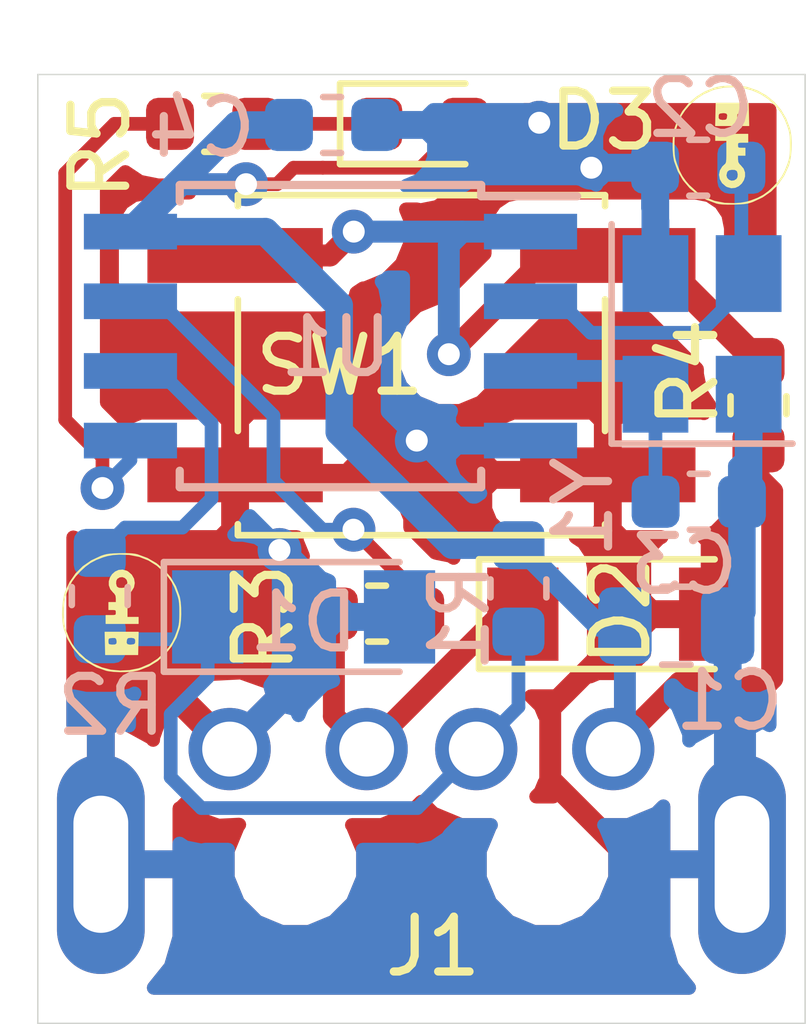
<source format=kicad_pcb>
(kicad_pcb (version 20171130) (host pcbnew 5.0.2-bee76a0~70~ubuntu18.04.1)

  (general
    (thickness 1.6)
    (drawings 4)
    (tracks 116)
    (zones 0)
    (modules 18)
    (nets 12)
  )

  (page A4)
  (layers
    (0 F.Cu signal hide)
    (31 B.Cu signal)
    (32 B.Adhes user)
    (33 F.Adhes user)
    (34 B.Paste user)
    (35 F.Paste user)
    (36 B.SilkS user)
    (37 F.SilkS user)
    (38 B.Mask user)
    (39 F.Mask user)
    (40 Dwgs.User user)
    (41 Cmts.User user)
    (42 Eco1.User user)
    (43 Eco2.User user)
    (44 Edge.Cuts user)
    (45 Margin user)
    (46 B.CrtYd user)
    (47 F.CrtYd user)
    (48 B.Fab user)
    (49 F.Fab user)
  )

  (setup
    (last_trace_width 0.25)
    (user_trace_width 0.25)
    (user_trace_width 0.4)
    (user_trace_width 0.5)
    (trace_clearance 0.2)
    (zone_clearance 0.508)
    (zone_45_only no)
    (trace_min 0.2)
    (segment_width 0.2)
    (edge_width 0.0254)
    (via_size 0.8)
    (via_drill 0.4)
    (via_min_size 0.4)
    (via_min_drill 0.3)
    (uvia_size 0.3)
    (uvia_drill 0.1)
    (uvias_allowed no)
    (uvia_min_size 0.2)
    (uvia_min_drill 0.1)
    (pcb_text_width 0.3)
    (pcb_text_size 1.5 1.5)
    (mod_edge_width 0.15)
    (mod_text_size 1 1)
    (mod_text_width 0.15)
    (pad_size 4 3)
    (pad_drill 0)
    (pad_to_mask_clearance 0)
    (solder_mask_min_width 0.25)
    (aux_axis_origin 0 0)
    (grid_origin 123 130)
    (visible_elements FFFFFFFF)
    (pcbplotparams
      (layerselection 0x010fc_ffffffff)
      (usegerberextensions false)
      (usegerberattributes false)
      (usegerberadvancedattributes false)
      (creategerberjobfile false)
      (excludeedgelayer true)
      (linewidth 0.100000)
      (plotframeref false)
      (viasonmask false)
      (mode 1)
      (useauxorigin false)
      (hpglpennumber 1)
      (hpglpenspeed 20)
      (hpglpendiameter 15.000000)
      (psnegative false)
      (psa4output false)
      (plotreference true)
      (plotvalue true)
      (plotinvisibletext false)
      (padsonsilk false)
      (subtractmaskfromsilk false)
      (outputformat 1)
      (mirror false)
      (drillshape 1)
      (scaleselection 1)
      (outputdirectory ""))
  )

  (net 0 "")
  (net 1 GND)
  (net 2 VCC)
  (net 3 "Net-(D3-Pad1)")
  (net 4 D+)
  (net 5 D-)
  (net 6 PB1)
  (net 7 PB2)
  (net 8 PB5)
  (net 9 PB0)
  (net 10 XTAL1)
  (net 11 XTAL2)

  (net_class Default "This is the default net class."
    (clearance 0.2)
    (trace_width 0.25)
    (via_dia 0.8)
    (via_drill 0.4)
    (uvia_dia 0.3)
    (uvia_drill 0.1)
    (add_net D+)
    (add_net D-)
    (add_net "Net-(D3-Pad1)")
    (add_net PB0)
    (add_net PB1)
    (add_net PB2)
    (add_net PB5)
    (add_net XTAL1)
    (add_net XTAL2)
  )

  (net_class n1 ""
    (clearance 0.2)
    (trace_width 0.4)
    (via_dia 0.8)
    (via_drill 0.4)
    (uvia_dia 0.3)
    (uvia_drill 0.1)
    (add_net GND)
    (add_net VCC)
  )

  (module Capacitor_SMD:C_0805_2012Metric (layer B.Cu) (tedit 5B36C52B) (tstamp 5E401920)
    (at 134.65 122.75)
    (descr "Capacitor SMD 0805 (2012 Metric), square (rectangular) end terminal, IPC_7351 nominal, (Body size source: https://docs.google.com/spreadsheets/d/1BsfQQcO9C6DZCsRaXUlFlo91Tg2WpOkGARC1WS5S8t0/edit?usp=sharing), generated with kicad-footprint-generator")
    (tags capacitor)
    (path /5AED2C06)
    (attr smd)
    (fp_text reference C1 (at 0.97 1.37 180) (layer B.SilkS)
      (effects (font (size 1 1) (thickness 0.15)) (justify mirror))
    )
    (fp_text value 4u7 (at 0 -1.65) (layer B.Fab)
      (effects (font (size 1 1) (thickness 0.15)) (justify mirror))
    )
    (fp_text user %R (at 0 0) (layer B.Fab)
      (effects (font (size 0.5 0.5) (thickness 0.08)) (justify mirror))
    )
    (fp_line (start 1.68 -0.95) (end -1.68 -0.95) (layer B.CrtYd) (width 0.05))
    (fp_line (start 1.68 0.95) (end 1.68 -0.95) (layer B.CrtYd) (width 0.05))
    (fp_line (start -1.68 0.95) (end 1.68 0.95) (layer B.CrtYd) (width 0.05))
    (fp_line (start -1.68 -0.95) (end -1.68 0.95) (layer B.CrtYd) (width 0.05))
    (fp_line (start -0.258578 -0.71) (end 0.258578 -0.71) (layer B.SilkS) (width 0.12))
    (fp_line (start -0.258578 0.71) (end 0.258578 0.71) (layer B.SilkS) (width 0.12))
    (fp_line (start 1 -0.6) (end -1 -0.6) (layer B.Fab) (width 0.1))
    (fp_line (start 1 0.6) (end 1 -0.6) (layer B.Fab) (width 0.1))
    (fp_line (start -1 0.6) (end 1 0.6) (layer B.Fab) (width 0.1))
    (fp_line (start -1 -0.6) (end -1 0.6) (layer B.Fab) (width 0.1))
    (pad 2 smd roundrect (at 0.9375 0) (size 0.975 1.4) (layers B.Cu B.Paste B.Mask) (roundrect_rratio 0.25)
      (net 1 GND))
    (pad 1 smd roundrect (at -0.9375 0) (size 0.975 1.4) (layers B.Cu B.Paste B.Mask) (roundrect_rratio 0.25)
      (net 2 VCC))
    (model ${KISYS3DMOD}/Capacitor_SMD.3dshapes/C_0805_2012Metric.wrl
      (at (xyz 0 0 0))
      (scale (xyz 1 1 1))
      (rotate (xyz 0 0 0))
    )
  )

  (module Capacitor_SMD:C_0603_1608Metric (layer B.Cu) (tedit 5B301BBE) (tstamp 5E333A41)
    (at 135.05 114.4)
    (descr "Capacitor SMD 0603 (1608 Metric), square (rectangular) end terminal, IPC_7351 nominal, (Body size source: http://www.tortai-tech.com/upload/download/2011102023233369053.pdf), generated with kicad-footprint-generator")
    (tags capacitor)
    (path /5AECA262)
    (attr smd)
    (fp_text reference C2 (at 0.04 -1.09 180) (layer B.SilkS)
      (effects (font (size 1 1) (thickness 0.15)) (justify mirror))
    )
    (fp_text value 18pF (at 0 -1.43) (layer B.Fab)
      (effects (font (size 1 1) (thickness 0.15)) (justify mirror))
    )
    (fp_text user %R (at 0 0) (layer B.Fab)
      (effects (font (size 0.4 0.4) (thickness 0.06)) (justify mirror))
    )
    (fp_line (start 1.48 -0.73) (end -1.48 -0.73) (layer B.CrtYd) (width 0.05))
    (fp_line (start 1.48 0.73) (end 1.48 -0.73) (layer B.CrtYd) (width 0.05))
    (fp_line (start -1.48 0.73) (end 1.48 0.73) (layer B.CrtYd) (width 0.05))
    (fp_line (start -1.48 -0.73) (end -1.48 0.73) (layer B.CrtYd) (width 0.05))
    (fp_line (start -0.162779 -0.51) (end 0.162779 -0.51) (layer B.SilkS) (width 0.12))
    (fp_line (start -0.162779 0.51) (end 0.162779 0.51) (layer B.SilkS) (width 0.12))
    (fp_line (start 0.8 -0.4) (end -0.8 -0.4) (layer B.Fab) (width 0.1))
    (fp_line (start 0.8 0.4) (end 0.8 -0.4) (layer B.Fab) (width 0.1))
    (fp_line (start -0.8 0.4) (end 0.8 0.4) (layer B.Fab) (width 0.1))
    (fp_line (start -0.8 -0.4) (end -0.8 0.4) (layer B.Fab) (width 0.1))
    (pad 2 smd roundrect (at 0.7875 0) (size 0.875 0.95) (layers B.Cu B.Paste B.Mask) (roundrect_rratio 0.25)
      (net 10 XTAL1))
    (pad 1 smd roundrect (at -0.7875 0) (size 0.875 0.95) (layers B.Cu B.Paste B.Mask) (roundrect_rratio 0.25)
      (net 1 GND))
    (model ${KISYS3DMOD}/Capacitor_SMD.3dshapes/C_0603_1608Metric.wrl
      (at (xyz 0 0 0))
      (scale (xyz 1 1 1))
      (rotate (xyz 0 0 0))
    )
  )

  (module Capacitor_SMD:C_0603_1608Metric (layer B.Cu) (tedit 5B301BBE) (tstamp 5E333A52)
    (at 135.06 120.49 180)
    (descr "Capacitor SMD 0603 (1608 Metric), square (rectangular) end terminal, IPC_7351 nominal, (Body size source: http://www.tortai-tech.com/upload/download/2011102023233369053.pdf), generated with kicad-footprint-generator")
    (tags capacitor)
    (path /5AECA1C1)
    (attr smd)
    (fp_text reference C3 (at 0.27 -1.15 180) (layer B.SilkS)
      (effects (font (size 1 1) (thickness 0.15)) (justify mirror))
    )
    (fp_text value 18pF (at 0 -1.43 180) (layer B.Fab)
      (effects (font (size 1 1) (thickness 0.15)) (justify mirror))
    )
    (fp_text user %R (at 0 0 180) (layer B.Fab)
      (effects (font (size 0.4 0.4) (thickness 0.06)) (justify mirror))
    )
    (fp_line (start 1.48 -0.73) (end -1.48 -0.73) (layer B.CrtYd) (width 0.05))
    (fp_line (start 1.48 0.73) (end 1.48 -0.73) (layer B.CrtYd) (width 0.05))
    (fp_line (start -1.48 0.73) (end 1.48 0.73) (layer B.CrtYd) (width 0.05))
    (fp_line (start -1.48 -0.73) (end -1.48 0.73) (layer B.CrtYd) (width 0.05))
    (fp_line (start -0.162779 -0.51) (end 0.162779 -0.51) (layer B.SilkS) (width 0.12))
    (fp_line (start -0.162779 0.51) (end 0.162779 0.51) (layer B.SilkS) (width 0.12))
    (fp_line (start 0.8 -0.4) (end -0.8 -0.4) (layer B.Fab) (width 0.1))
    (fp_line (start 0.8 0.4) (end 0.8 -0.4) (layer B.Fab) (width 0.1))
    (fp_line (start -0.8 0.4) (end 0.8 0.4) (layer B.Fab) (width 0.1))
    (fp_line (start -0.8 -0.4) (end -0.8 0.4) (layer B.Fab) (width 0.1))
    (pad 2 smd roundrect (at 0.7875 0 180) (size 0.875 0.95) (layers B.Cu B.Paste B.Mask) (roundrect_rratio 0.25)
      (net 11 XTAL2))
    (pad 1 smd roundrect (at -0.7875 0 180) (size 0.875 0.95) (layers B.Cu B.Paste B.Mask) (roundrect_rratio 0.25)
      (net 1 GND))
    (model ${KISYS3DMOD}/Capacitor_SMD.3dshapes/C_0603_1608Metric.wrl
      (at (xyz 0 0 0))
      (scale (xyz 1 1 1))
      (rotate (xyz 0 0 0))
    )
  )

  (module Capacitor_SMD:C_0603_1608Metric (layer B.Cu) (tedit 5B301BBE) (tstamp 5E333A63)
    (at 128.37 113.62)
    (descr "Capacitor SMD 0603 (1608 Metric), square (rectangular) end terminal, IPC_7351 nominal, (Body size source: http://www.tortai-tech.com/upload/download/2011102023233369053.pdf), generated with kicad-footprint-generator")
    (tags capacitor)
    (path /5AECA82D)
    (attr smd)
    (fp_text reference C4 (at -2.38 0.05 180) (layer B.SilkS)
      (effects (font (size 1 1) (thickness 0.15)) (justify mirror))
    )
    (fp_text value 100n (at 0 -1.43) (layer B.Fab)
      (effects (font (size 1 1) (thickness 0.15)) (justify mirror))
    )
    (fp_text user %R (at 0 0) (layer B.Fab)
      (effects (font (size 0.4 0.4) (thickness 0.06)) (justify mirror))
    )
    (fp_line (start 1.48 -0.73) (end -1.48 -0.73) (layer B.CrtYd) (width 0.05))
    (fp_line (start 1.48 0.73) (end 1.48 -0.73) (layer B.CrtYd) (width 0.05))
    (fp_line (start -1.48 0.73) (end 1.48 0.73) (layer B.CrtYd) (width 0.05))
    (fp_line (start -1.48 -0.73) (end -1.48 0.73) (layer B.CrtYd) (width 0.05))
    (fp_line (start -0.162779 -0.51) (end 0.162779 -0.51) (layer B.SilkS) (width 0.12))
    (fp_line (start -0.162779 0.51) (end 0.162779 0.51) (layer B.SilkS) (width 0.12))
    (fp_line (start 0.8 -0.4) (end -0.8 -0.4) (layer B.Fab) (width 0.1))
    (fp_line (start 0.8 0.4) (end 0.8 -0.4) (layer B.Fab) (width 0.1))
    (fp_line (start -0.8 0.4) (end 0.8 0.4) (layer B.Fab) (width 0.1))
    (fp_line (start -0.8 -0.4) (end -0.8 0.4) (layer B.Fab) (width 0.1))
    (pad 2 smd roundrect (at 0.7875 0) (size 0.875 0.95) (layers B.Cu B.Paste B.Mask) (roundrect_rratio 0.25)
      (net 1 GND))
    (pad 1 smd roundrect (at -0.7875 0) (size 0.875 0.95) (layers B.Cu B.Paste B.Mask) (roundrect_rratio 0.25)
      (net 2 VCC))
    (model ${KISYS3DMOD}/Capacitor_SMD.3dshapes/C_0603_1608Metric.wrl
      (at (xyz 0 0 0))
      (scale (xyz 1 1 1))
      (rotate (xyz 0 0 0))
    )
  )

  (module Diode_SMD:D_MiniMELF (layer B.Cu) (tedit 5905D8F5) (tstamp 5E333A7C)
    (at 127.85 122.59)
    (descr "Diode Mini-MELF")
    (tags "Diode Mini-MELF")
    (path /5E36119A)
    (attr smd)
    (fp_text reference D1 (at 0 0.1) (layer B.SilkS)
      (effects (font (size 1 1) (thickness 0.15)) (justify mirror))
    )
    (fp_text value Z3,6V (at 0 -1.75) (layer B.Fab)
      (effects (font (size 1 1) (thickness 0.15)) (justify mirror))
    )
    (fp_line (start -2.65 -1.1) (end -2.65 1.1) (layer B.CrtYd) (width 0.05))
    (fp_line (start 2.65 -1.1) (end -2.65 -1.1) (layer B.CrtYd) (width 0.05))
    (fp_line (start 2.65 1.1) (end 2.65 -1.1) (layer B.CrtYd) (width 0.05))
    (fp_line (start -2.65 1.1) (end 2.65 1.1) (layer B.CrtYd) (width 0.05))
    (fp_line (start -0.75 0) (end -0.35 0) (layer B.Fab) (width 0.1))
    (fp_line (start -0.35 0) (end -0.35 0.55) (layer B.Fab) (width 0.1))
    (fp_line (start -0.35 0) (end -0.35 -0.55) (layer B.Fab) (width 0.1))
    (fp_line (start -0.35 0) (end 0.25 0.4) (layer B.Fab) (width 0.1))
    (fp_line (start 0.25 0.4) (end 0.25 -0.4) (layer B.Fab) (width 0.1))
    (fp_line (start 0.25 -0.4) (end -0.35 0) (layer B.Fab) (width 0.1))
    (fp_line (start 0.25 0) (end 0.75 0) (layer B.Fab) (width 0.1))
    (fp_line (start -1.65 0.8) (end 1.65 0.8) (layer B.Fab) (width 0.1))
    (fp_line (start -1.65 -0.8) (end -1.65 0.8) (layer B.Fab) (width 0.1))
    (fp_line (start 1.65 -0.8) (end -1.65 -0.8) (layer B.Fab) (width 0.1))
    (fp_line (start 1.65 0.8) (end 1.65 -0.8) (layer B.Fab) (width 0.1))
    (fp_line (start -2.55 -1) (end 1.75 -1) (layer B.SilkS) (width 0.12))
    (fp_line (start -2.55 1) (end -2.55 -1) (layer B.SilkS) (width 0.12))
    (fp_line (start 1.75 1) (end -2.55 1) (layer B.SilkS) (width 0.12))
    (fp_text user %R (at 0 2) (layer B.Fab)
      (effects (font (size 1 1) (thickness 0.15)) (justify mirror))
    )
    (pad 2 smd rect (at 1.75 0) (size 1.3 1.7) (layers B.Cu B.Paste B.Mask)
      (net 1 GND))
    (pad 1 smd rect (at -1.75 0) (size 1.3 1.7) (layers B.Cu B.Paste B.Mask)
      (net 5 D-))
    (model ${KISYS3DMOD}/Diode_SMD.3dshapes/D_MiniMELF.wrl
      (at (xyz 0 0 0))
      (scale (xyz 1 1 1))
      (rotate (xyz 0 0 0))
    )
  )

  (module Diode_SMD:D_MiniMELF (layer F.Cu) (tedit 5905D8F5) (tstamp 5E400B01)
    (at 133.6 122.54)
    (descr "Diode Mini-MELF")
    (tags "Diode Mini-MELF")
    (path /5E35B245)
    (attr smd)
    (fp_text reference D2 (at 0.03 -0.05 90) (layer F.SilkS)
      (effects (font (size 1 1) (thickness 0.15)))
    )
    (fp_text value Z3,6V (at 0 1.75) (layer F.Fab)
      (effects (font (size 1 1) (thickness 0.15)))
    )
    (fp_line (start -2.65 1.1) (end -2.65 -1.1) (layer F.CrtYd) (width 0.05))
    (fp_line (start 2.65 1.1) (end -2.65 1.1) (layer F.CrtYd) (width 0.05))
    (fp_line (start 2.65 -1.1) (end 2.65 1.1) (layer F.CrtYd) (width 0.05))
    (fp_line (start -2.65 -1.1) (end 2.65 -1.1) (layer F.CrtYd) (width 0.05))
    (fp_line (start -0.75 0) (end -0.35 0) (layer F.Fab) (width 0.1))
    (fp_line (start -0.35 0) (end -0.35 -0.55) (layer F.Fab) (width 0.1))
    (fp_line (start -0.35 0) (end -0.35 0.55) (layer F.Fab) (width 0.1))
    (fp_line (start -0.35 0) (end 0.25 -0.4) (layer F.Fab) (width 0.1))
    (fp_line (start 0.25 -0.4) (end 0.25 0.4) (layer F.Fab) (width 0.1))
    (fp_line (start 0.25 0.4) (end -0.35 0) (layer F.Fab) (width 0.1))
    (fp_line (start 0.25 0) (end 0.75 0) (layer F.Fab) (width 0.1))
    (fp_line (start -1.65 -0.8) (end 1.65 -0.8) (layer F.Fab) (width 0.1))
    (fp_line (start -1.65 0.8) (end -1.65 -0.8) (layer F.Fab) (width 0.1))
    (fp_line (start 1.65 0.8) (end -1.65 0.8) (layer F.Fab) (width 0.1))
    (fp_line (start 1.65 -0.8) (end 1.65 0.8) (layer F.Fab) (width 0.1))
    (fp_line (start -2.55 1) (end 1.75 1) (layer F.SilkS) (width 0.12))
    (fp_line (start -2.55 -1) (end -2.55 1) (layer F.SilkS) (width 0.12))
    (fp_line (start 1.75 -1) (end -2.55 -1) (layer F.SilkS) (width 0.12))
    (fp_text user %R (at 0 -2) (layer F.Fab)
      (effects (font (size 1 1) (thickness 0.15)))
    )
    (pad 2 smd rect (at 1.75 0) (size 1.3 1.7) (layers F.Cu F.Paste F.Mask)
      (net 1 GND))
    (pad 1 smd rect (at -1.75 0) (size 1.3 1.7) (layers F.Cu F.Paste F.Mask)
      (net 4 D+))
    (model ${KISYS3DMOD}/Diode_SMD.3dshapes/D_MiniMELF.wrl
      (at (xyz 0 0 0))
      (scale (xyz 1 1 1))
      (rotate (xyz 0 0 0))
    )
  )

  (module LED_SMD:LED_0603_1608Metric (layer F.Cu) (tedit 5B301BBE) (tstamp 5E402169)
    (at 130 113.6)
    (descr "LED SMD 0603 (1608 Metric), square (rectangular) end terminal, IPC_7351 nominal, (Body size source: http://www.tortai-tech.com/upload/download/2011102023233369053.pdf), generated with kicad-footprint-generator")
    (tags diode)
    (path /5AECD2DE)
    (attr smd)
    (fp_text reference D3 (at 3.33 -0.06) (layer F.SilkS)
      (effects (font (size 1 1) (thickness 0.15)))
    )
    (fp_text value "User LED" (at 0 1.43) (layer F.Fab)
      (effects (font (size 1 1) (thickness 0.15)))
    )
    (fp_text user %R (at 0 0) (layer F.Fab)
      (effects (font (size 0.4 0.4) (thickness 0.06)))
    )
    (fp_line (start 1.48 0.73) (end -1.48 0.73) (layer F.CrtYd) (width 0.05))
    (fp_line (start 1.48 -0.73) (end 1.48 0.73) (layer F.CrtYd) (width 0.05))
    (fp_line (start -1.48 -0.73) (end 1.48 -0.73) (layer F.CrtYd) (width 0.05))
    (fp_line (start -1.48 0.73) (end -1.48 -0.73) (layer F.CrtYd) (width 0.05))
    (fp_line (start -1.485 0.735) (end 0.8 0.735) (layer F.SilkS) (width 0.12))
    (fp_line (start -1.485 -0.735) (end -1.485 0.735) (layer F.SilkS) (width 0.12))
    (fp_line (start 0.8 -0.735) (end -1.485 -0.735) (layer F.SilkS) (width 0.12))
    (fp_line (start 0.8 0.4) (end 0.8 -0.4) (layer F.Fab) (width 0.1))
    (fp_line (start -0.8 0.4) (end 0.8 0.4) (layer F.Fab) (width 0.1))
    (fp_line (start -0.8 -0.1) (end -0.8 0.4) (layer F.Fab) (width 0.1))
    (fp_line (start -0.5 -0.4) (end -0.8 -0.1) (layer F.Fab) (width 0.1))
    (fp_line (start 0.8 -0.4) (end -0.5 -0.4) (layer F.Fab) (width 0.1))
    (pad 2 smd roundrect (at 0.7875 0) (size 0.875 0.95) (layers F.Cu F.Paste F.Mask) (roundrect_rratio 0.25)
      (net 2 VCC))
    (pad 1 smd roundrect (at -0.7875 0) (size 0.875 0.95) (layers F.Cu F.Paste F.Mask) (roundrect_rratio 0.25)
      (net 3 "Net-(D3-Pad1)"))
    (model ${KISYS3DMOD}/LED_SMD.3dshapes/LED_0603_1608Metric.wrl
      (at (xyz 0 0 0))
      (scale (xyz 1 1 1))
      (rotate (xyz 0 0 0))
    )
  )

  (module snopf_footprints:USB_plug_UP2-AH locked (layer F.Cu) (tedit 5E3D48B7) (tstamp 5E333AB8)
    (at 130 130)
    (path /5AECF90D)
    (fp_text reference J1 (at 0.21 -1.4) (layer F.SilkS)
      (effects (font (size 1 1) (thickness 0.15)))
    )
    (fp_text value USB_A (at 0.02032 -2.13868) (layer F.Fab)
      (effects (font (size 1 1) (thickness 0.15)))
    )
    (fp_line (start -7 0) (end 7 0) (layer F.CrtYd) (width 0.15))
    (fp_line (start 7 0) (end 7 -6) (layer F.CrtYd) (width 0.15))
    (fp_line (start -7 -6) (end 7 -6) (layer F.CrtYd) (width 0.15))
    (fp_line (start -7 0) (end -7 -6) (layer F.CrtYd) (width 0.15))
    (pad 5 thru_hole oval (at 5.85 -2.9) (size 1.6 4) (drill oval 1 2.5) (layers *.Cu *.Mask)
      (net 1 GND))
    (pad "" np_thru_hole circle (at 2.3 -2.9) (size 1.2 1.2) (drill 1.2) (layers *.Cu *.Mask))
    (pad 1 thru_hole circle (at 3.5 -5) (size 1.5 1.5) (drill 1) (layers *.Cu *.Mask)
      (net 2 VCC))
    (pad 2 thru_hole circle (at 1 -5) (size 1.5 1.5) (drill 1) (layers *.Cu *.Mask)
      (net 5 D-))
    (pad 3 thru_hole circle (at -1 -5) (size 1.5 1.5) (drill 1) (layers *.Cu *.Mask)
      (net 4 D+))
    (pad 4 thru_hole circle (at -3.5 -5) (size 1.5 1.5) (drill 1) (layers *.Cu *.Mask)
      (net 1 GND))
    (pad "" np_thru_hole circle (at -2.3 -2.9) (size 1.2 1.2) (drill 1.2) (layers *.Cu *.Mask))
    (pad 5 thru_hole oval (at -5.85 -2.9) (size 1.6 4) (drill oval 1 2.5) (layers *.Cu *.Mask)
      (net 1 GND))
    (model ${KIPRJMOD}/3d/UP2-AH-TH.step
      (at (xyz 0 0 0))
      (scale (xyz 1 1 1))
      (rotate (xyz 0 0 0))
    )
  )

  (module Resistor_SMD:R_0603_1608Metric (layer B.Cu) (tedit 5B301BBD) (tstamp 5E400D4C)
    (at 131.77 122.07 270)
    (descr "Resistor SMD 0603 (1608 Metric), square (rectangular) end terminal, IPC_7351 nominal, (Body size source: http://www.tortai-tech.com/upload/download/2011102023233369053.pdf), generated with kicad-footprint-generator")
    (tags resistor)
    (path /5E364719)
    (attr smd)
    (fp_text reference R1 (at 0.53 1.07 270) (layer B.SilkS)
      (effects (font (size 1 1) (thickness 0.15)) (justify mirror))
    )
    (fp_text value 1k5 (at 0 -1.43 270) (layer B.Fab)
      (effects (font (size 1 1) (thickness 0.15)) (justify mirror))
    )
    (fp_text user %R (at 0 0 270) (layer B.Fab)
      (effects (font (size 0.4 0.4) (thickness 0.06)) (justify mirror))
    )
    (fp_line (start 1.48 -0.73) (end -1.48 -0.73) (layer B.CrtYd) (width 0.05))
    (fp_line (start 1.48 0.73) (end 1.48 -0.73) (layer B.CrtYd) (width 0.05))
    (fp_line (start -1.48 0.73) (end 1.48 0.73) (layer B.CrtYd) (width 0.05))
    (fp_line (start -1.48 -0.73) (end -1.48 0.73) (layer B.CrtYd) (width 0.05))
    (fp_line (start -0.162779 -0.51) (end 0.162779 -0.51) (layer B.SilkS) (width 0.12))
    (fp_line (start -0.162779 0.51) (end 0.162779 0.51) (layer B.SilkS) (width 0.12))
    (fp_line (start 0.8 -0.4) (end -0.8 -0.4) (layer B.Fab) (width 0.1))
    (fp_line (start 0.8 0.4) (end 0.8 -0.4) (layer B.Fab) (width 0.1))
    (fp_line (start -0.8 0.4) (end 0.8 0.4) (layer B.Fab) (width 0.1))
    (fp_line (start -0.8 -0.4) (end -0.8 0.4) (layer B.Fab) (width 0.1))
    (pad 2 smd roundrect (at 0.7875 0 270) (size 0.875 0.95) (layers B.Cu B.Paste B.Mask) (roundrect_rratio 0.25)
      (net 5 D-))
    (pad 1 smd roundrect (at -0.7875 0 270) (size 0.875 0.95) (layers B.Cu B.Paste B.Mask) (roundrect_rratio 0.25)
      (net 2 VCC))
    (model ${KISYS3DMOD}/Resistor_SMD.3dshapes/R_0603_1608Metric.wrl
      (at (xyz 0 0 0))
      (scale (xyz 1 1 1))
      (rotate (xyz 0 0 0))
    )
  )

  (module Resistor_SMD:R_0603_1608Metric (layer B.Cu) (tedit 5B301BBD) (tstamp 5E40BC6B)
    (at 124.13 122.21 270)
    (descr "Resistor SMD 0603 (1608 Metric), square (rectangular) end terminal, IPC_7351 nominal, (Body size source: http://www.tortai-tech.com/upload/download/2011102023233369053.pdf), generated with kicad-footprint-generator")
    (tags resistor)
    (path /5E362286)
    (attr smd)
    (fp_text reference R2 (at 2 -0.21) (layer B.SilkS)
      (effects (font (size 1 1) (thickness 0.15)) (justify mirror))
    )
    (fp_text value 68R (at 0 -1.43 270) (layer B.Fab)
      (effects (font (size 1 1) (thickness 0.15)) (justify mirror))
    )
    (fp_text user %R (at 0 0 270) (layer B.Fab)
      (effects (font (size 0.4 0.4) (thickness 0.06)) (justify mirror))
    )
    (fp_line (start 1.48 -0.73) (end -1.48 -0.73) (layer B.CrtYd) (width 0.05))
    (fp_line (start 1.48 0.73) (end 1.48 -0.73) (layer B.CrtYd) (width 0.05))
    (fp_line (start -1.48 0.73) (end 1.48 0.73) (layer B.CrtYd) (width 0.05))
    (fp_line (start -1.48 -0.73) (end -1.48 0.73) (layer B.CrtYd) (width 0.05))
    (fp_line (start -0.162779 -0.51) (end 0.162779 -0.51) (layer B.SilkS) (width 0.12))
    (fp_line (start -0.162779 0.51) (end 0.162779 0.51) (layer B.SilkS) (width 0.12))
    (fp_line (start 0.8 -0.4) (end -0.8 -0.4) (layer B.Fab) (width 0.1))
    (fp_line (start 0.8 0.4) (end 0.8 -0.4) (layer B.Fab) (width 0.1))
    (fp_line (start -0.8 0.4) (end 0.8 0.4) (layer B.Fab) (width 0.1))
    (fp_line (start -0.8 -0.4) (end -0.8 0.4) (layer B.Fab) (width 0.1))
    (pad 2 smd roundrect (at 0.7875 0 270) (size 0.875 0.95) (layers B.Cu B.Paste B.Mask) (roundrect_rratio 0.25)
      (net 5 D-))
    (pad 1 smd roundrect (at -0.7875 0 270) (size 0.875 0.95) (layers B.Cu B.Paste B.Mask) (roundrect_rratio 0.25)
      (net 6 PB1))
    (model ${KISYS3DMOD}/Resistor_SMD.3dshapes/R_0603_1608Metric.wrl
      (at (xyz 0 0 0))
      (scale (xyz 1 1 1))
      (rotate (xyz 0 0 0))
    )
  )

  (module Resistor_SMD:R_0603_1608Metric (layer F.Cu) (tedit 5B301BBD) (tstamp 5E333AEB)
    (at 129.19 122.53 180)
    (descr "Resistor SMD 0603 (1608 Metric), square (rectangular) end terminal, IPC_7351 nominal, (Body size source: http://www.tortai-tech.com/upload/download/2011102023233369053.pdf), generated with kicad-footprint-generator")
    (tags resistor)
    (path /5E35E04C)
    (attr smd)
    (fp_text reference R3 (at 2.07 -0.08 270) (layer F.SilkS)
      (effects (font (size 1 1) (thickness 0.15)))
    )
    (fp_text value 68R (at 0 1.43 180) (layer F.Fab)
      (effects (font (size 1 1) (thickness 0.15)))
    )
    (fp_text user %R (at 0 0 180) (layer F.Fab)
      (effects (font (size 0.4 0.4) (thickness 0.06)))
    )
    (fp_line (start 1.48 0.73) (end -1.48 0.73) (layer F.CrtYd) (width 0.05))
    (fp_line (start 1.48 -0.73) (end 1.48 0.73) (layer F.CrtYd) (width 0.05))
    (fp_line (start -1.48 -0.73) (end 1.48 -0.73) (layer F.CrtYd) (width 0.05))
    (fp_line (start -1.48 0.73) (end -1.48 -0.73) (layer F.CrtYd) (width 0.05))
    (fp_line (start -0.162779 0.51) (end 0.162779 0.51) (layer F.SilkS) (width 0.12))
    (fp_line (start -0.162779 -0.51) (end 0.162779 -0.51) (layer F.SilkS) (width 0.12))
    (fp_line (start 0.8 0.4) (end -0.8 0.4) (layer F.Fab) (width 0.1))
    (fp_line (start 0.8 -0.4) (end 0.8 0.4) (layer F.Fab) (width 0.1))
    (fp_line (start -0.8 -0.4) (end 0.8 -0.4) (layer F.Fab) (width 0.1))
    (fp_line (start -0.8 0.4) (end -0.8 -0.4) (layer F.Fab) (width 0.1))
    (pad 2 smd roundrect (at 0.7875 0 180) (size 0.875 0.95) (layers F.Cu F.Paste F.Mask) (roundrect_rratio 0.25)
      (net 4 D+))
    (pad 1 smd roundrect (at -0.7875 0 180) (size 0.875 0.95) (layers F.Cu F.Paste F.Mask) (roundrect_rratio 0.25)
      (net 7 PB2))
    (model ${KISYS3DMOD}/Resistor_SMD.3dshapes/R_0603_1608Metric.wrl
      (at (xyz 0 0 0))
      (scale (xyz 1 1 1))
      (rotate (xyz 0 0 0))
    )
  )

  (module Resistor_SMD:R_0603_1608Metric (layer F.Cu) (tedit 5B301BBD) (tstamp 5E401020)
    (at 136.15 118.73 90)
    (descr "Resistor SMD 0603 (1608 Metric), square (rectangular) end terminal, IPC_7351 nominal, (Body size source: http://www.tortai-tech.com/upload/download/2011102023233369053.pdf), generated with kicad-footprint-generator")
    (tags resistor)
    (path /5AEC9BE3)
    (attr smd)
    (fp_text reference R4 (at 0.59 -1.28 90) (layer F.SilkS)
      (effects (font (size 1 1) (thickness 0.15)))
    )
    (fp_text value 10k (at 0 1.43 90) (layer F.Fab)
      (effects (font (size 1 1) (thickness 0.15)))
    )
    (fp_text user %R (at 0 0 90) (layer F.Fab)
      (effects (font (size 0.4 0.4) (thickness 0.06)))
    )
    (fp_line (start 1.48 0.73) (end -1.48 0.73) (layer F.CrtYd) (width 0.05))
    (fp_line (start 1.48 -0.73) (end 1.48 0.73) (layer F.CrtYd) (width 0.05))
    (fp_line (start -1.48 -0.73) (end 1.48 -0.73) (layer F.CrtYd) (width 0.05))
    (fp_line (start -1.48 0.73) (end -1.48 -0.73) (layer F.CrtYd) (width 0.05))
    (fp_line (start -0.162779 0.51) (end 0.162779 0.51) (layer F.SilkS) (width 0.12))
    (fp_line (start -0.162779 -0.51) (end 0.162779 -0.51) (layer F.SilkS) (width 0.12))
    (fp_line (start 0.8 0.4) (end -0.8 0.4) (layer F.Fab) (width 0.1))
    (fp_line (start 0.8 -0.4) (end 0.8 0.4) (layer F.Fab) (width 0.1))
    (fp_line (start -0.8 -0.4) (end 0.8 -0.4) (layer F.Fab) (width 0.1))
    (fp_line (start -0.8 0.4) (end -0.8 -0.4) (layer F.Fab) (width 0.1))
    (pad 2 smd roundrect (at 0.7875 0 90) (size 0.875 0.95) (layers F.Cu F.Paste F.Mask) (roundrect_rratio 0.25)
      (net 8 PB5))
    (pad 1 smd roundrect (at -0.7875 0 90) (size 0.875 0.95) (layers F.Cu F.Paste F.Mask) (roundrect_rratio 0.25)
      (net 2 VCC))
    (model ${KISYS3DMOD}/Resistor_SMD.3dshapes/R_0603_1608Metric.wrl
      (at (xyz 0 0 0))
      (scale (xyz 1 1 1))
      (rotate (xyz 0 0 0))
    )
  )

  (module Resistor_SMD:R_0603_1608Metric (layer F.Cu) (tedit 5B301BBD) (tstamp 5E333B0D)
    (at 126.2 113.6 180)
    (descr "Resistor SMD 0603 (1608 Metric), square (rectangular) end terminal, IPC_7351 nominal, (Body size source: http://www.tortai-tech.com/upload/download/2011102023233369053.pdf), generated with kicad-footprint-generator")
    (tags resistor)
    (path /5AECC401)
    (attr smd)
    (fp_text reference R5 (at 2.06 -0.39 270) (layer F.SilkS)
      (effects (font (size 1 1) (thickness 0.15)))
    )
    (fp_text value 220R (at 0 1.43 180) (layer F.Fab)
      (effects (font (size 1 1) (thickness 0.15)))
    )
    (fp_text user %R (at 0 0 180) (layer F.Fab)
      (effects (font (size 0.4 0.4) (thickness 0.06)))
    )
    (fp_line (start 1.48 0.73) (end -1.48 0.73) (layer F.CrtYd) (width 0.05))
    (fp_line (start 1.48 -0.73) (end 1.48 0.73) (layer F.CrtYd) (width 0.05))
    (fp_line (start -1.48 -0.73) (end 1.48 -0.73) (layer F.CrtYd) (width 0.05))
    (fp_line (start -1.48 0.73) (end -1.48 -0.73) (layer F.CrtYd) (width 0.05))
    (fp_line (start -0.162779 0.51) (end 0.162779 0.51) (layer F.SilkS) (width 0.12))
    (fp_line (start -0.162779 -0.51) (end 0.162779 -0.51) (layer F.SilkS) (width 0.12))
    (fp_line (start 0.8 0.4) (end -0.8 0.4) (layer F.Fab) (width 0.1))
    (fp_line (start 0.8 -0.4) (end 0.8 0.4) (layer F.Fab) (width 0.1))
    (fp_line (start -0.8 -0.4) (end 0.8 -0.4) (layer F.Fab) (width 0.1))
    (fp_line (start -0.8 0.4) (end -0.8 -0.4) (layer F.Fab) (width 0.1))
    (pad 2 smd roundrect (at 0.7875 0 180) (size 0.875 0.95) (layers F.Cu F.Paste F.Mask) (roundrect_rratio 0.25)
      (net 9 PB0))
    (pad 1 smd roundrect (at -0.7875 0 180) (size 0.875 0.95) (layers F.Cu F.Paste F.Mask) (roundrect_rratio 0.25)
      (net 3 "Net-(D3-Pad1)"))
    (model ${KISYS3DMOD}/Resistor_SMD.3dshapes/R_0603_1608Metric.wrl
      (at (xyz 0 0 0))
      (scale (xyz 1 1 1))
      (rotate (xyz 0 0 0))
    )
  )

  (module Package_SO:SOIJ-8_5.3x5.3mm_P1.27mm (layer B.Cu) (tedit 5A02F2D3) (tstamp 5E402305)
    (at 128.34 117.47 180)
    (descr "8-Lead Plastic Small Outline (SM) - Medium, 5.28 mm Body [SOIC] (see Microchip Packaging Specification 00000049BS.pdf)")
    (tags "SOIC 1.27")
    (path /5AEC9B56)
    (attr smd)
    (fp_text reference U1 (at -0.1 -0.2 180) (layer B.SilkS)
      (effects (font (size 1 1) (thickness 0.15)) (justify mirror))
    )
    (fp_text value ATTINY85-20SU (at 0 -3.68 180) (layer B.Fab)
      (effects (font (size 1 1) (thickness 0.15)) (justify mirror))
    )
    (fp_line (start -2.75 2.55) (end -4.5 2.55) (layer B.SilkS) (width 0.15))
    (fp_line (start -2.75 -2.755) (end 2.75 -2.755) (layer B.SilkS) (width 0.15))
    (fp_line (start -2.75 2.755) (end 2.75 2.755) (layer B.SilkS) (width 0.15))
    (fp_line (start -2.75 -2.755) (end -2.75 -2.455) (layer B.SilkS) (width 0.15))
    (fp_line (start 2.75 -2.755) (end 2.75 -2.455) (layer B.SilkS) (width 0.15))
    (fp_line (start 2.75 2.755) (end 2.75 2.455) (layer B.SilkS) (width 0.15))
    (fp_line (start -2.75 2.755) (end -2.75 2.55) (layer B.SilkS) (width 0.15))
    (fp_line (start -4.75 -2.95) (end 4.75 -2.95) (layer B.CrtYd) (width 0.05))
    (fp_line (start -4.75 2.95) (end 4.75 2.95) (layer B.CrtYd) (width 0.05))
    (fp_line (start 4.75 2.95) (end 4.75 -2.95) (layer B.CrtYd) (width 0.05))
    (fp_line (start -4.75 2.95) (end -4.75 -2.95) (layer B.CrtYd) (width 0.05))
    (fp_line (start -2.65 1.65) (end -1.65 2.65) (layer B.Fab) (width 0.15))
    (fp_line (start -2.65 -2.65) (end -2.65 1.65) (layer B.Fab) (width 0.15))
    (fp_line (start 2.65 -2.65) (end -2.65 -2.65) (layer B.Fab) (width 0.15))
    (fp_line (start 2.65 2.65) (end 2.65 -2.65) (layer B.Fab) (width 0.15))
    (fp_line (start -1.65 2.65) (end 2.65 2.65) (layer B.Fab) (width 0.15))
    (fp_text user %R (at 0 0 180) (layer B.Fab)
      (effects (font (size 1 1) (thickness 0.15)) (justify mirror))
    )
    (pad 8 smd rect (at 3.65 1.905 180) (size 1.7 0.65) (layers B.Cu B.Paste B.Mask)
      (net 2 VCC))
    (pad 7 smd rect (at 3.65 0.635 180) (size 1.7 0.65) (layers B.Cu B.Paste B.Mask)
      (net 7 PB2))
    (pad 6 smd rect (at 3.65 -0.635 180) (size 1.7 0.65) (layers B.Cu B.Paste B.Mask)
      (net 6 PB1))
    (pad 5 smd rect (at 3.65 -1.905 180) (size 1.7 0.65) (layers B.Cu B.Paste B.Mask)
      (net 9 PB0))
    (pad 4 smd rect (at -3.65 -1.905 180) (size 1.7 0.65) (layers B.Cu B.Paste B.Mask)
      (net 1 GND))
    (pad 3 smd rect (at -3.65 -0.635 180) (size 1.7 0.65) (layers B.Cu B.Paste B.Mask)
      (net 11 XTAL2))
    (pad 2 smd rect (at -3.65 0.635 180) (size 1.7 0.65) (layers B.Cu B.Paste B.Mask)
      (net 10 XTAL1))
    (pad 1 smd rect (at -3.65 1.905 180) (size 1.7 0.65) (layers B.Cu B.Paste B.Mask)
      (net 8 PB5))
    (model ${KISYS3DMOD}/Package_SO.3dshapes/SOIJ-8_5.3x5.3mm_P1.27mm.wrl
      (at (xyz 0 0 0))
      (scale (xyz 1 1 1))
      (rotate (xyz 0 0 0))
    )
  )

  (module Crystal:Crystal_SMD_Abracon_ABM8G-4Pin_3.2x2.5mm (layer B.Cu) (tedit 5A0FD1B2) (tstamp 5E400557)
    (at 135.12 117.43 90)
    (descr "Abracon Miniature Ceramic Smd Crystal ABM8G http://www.abracon.com/Resonators/ABM8G.pdf, 3.2x2.5mm^2 package")
    (tags "SMD SMT crystal")
    (path /5AEE098C)
    (attr smd)
    (fp_text reference Y1 (at -3.16 -2.17 270) (layer B.SilkS)
      (effects (font (size 1 1) (thickness 0.15)) (justify mirror))
    )
    (fp_text value "12 MHz" (at 0 -2.45 90) (layer B.Fab)
      (effects (font (size 1 1) (thickness 0.15)) (justify mirror))
    )
    (fp_line (start 2.1 1.7) (end -2.1 1.7) (layer B.CrtYd) (width 0.05))
    (fp_line (start 2.1 -1.7) (end 2.1 1.7) (layer B.CrtYd) (width 0.05))
    (fp_line (start -2.1 -1.7) (end 2.1 -1.7) (layer B.CrtYd) (width 0.05))
    (fp_line (start -2.1 1.7) (end -2.1 -1.7) (layer B.CrtYd) (width 0.05))
    (fp_line (start -2 -1.65) (end 2 -1.65) (layer B.SilkS) (width 0.12))
    (fp_line (start -2 1.65) (end -2 -1.65) (layer B.SilkS) (width 0.12))
    (fp_line (start -1.6 -0.25) (end -0.6 -1.25) (layer B.Fab) (width 0.1))
    (fp_line (start -1.6 1.05) (end -1.4 1.25) (layer B.Fab) (width 0.1))
    (fp_line (start -1.6 -1.05) (end -1.6 1.05) (layer B.Fab) (width 0.1))
    (fp_line (start -1.4 -1.25) (end -1.6 -1.05) (layer B.Fab) (width 0.1))
    (fp_line (start 1.4 -1.25) (end -1.4 -1.25) (layer B.Fab) (width 0.1))
    (fp_line (start 1.6 -1.05) (end 1.4 -1.25) (layer B.Fab) (width 0.1))
    (fp_line (start 1.6 1.05) (end 1.6 -1.05) (layer B.Fab) (width 0.1))
    (fp_line (start 1.4 1.25) (end 1.6 1.05) (layer B.Fab) (width 0.1))
    (fp_line (start -1.4 1.25) (end 1.4 1.25) (layer B.Fab) (width 0.1))
    (fp_text user %R (at 0 0 90) (layer B.Fab)
      (effects (font (size 0.7 0.7) (thickness 0.105)) (justify mirror))
    )
    (pad 4 smd rect (at -1.1 0.85 90) (size 1.4 1.2) (layers B.Cu B.Paste B.Mask)
      (net 1 GND))
    (pad 3 smd rect (at 1.1 0.85 90) (size 1.4 1.2) (layers B.Cu B.Paste B.Mask)
      (net 10 XTAL1))
    (pad 2 smd rect (at 1.1 -0.85 90) (size 1.4 1.2) (layers B.Cu B.Paste B.Mask)
      (net 1 GND))
    (pad 1 smd rect (at -1.1 -0.85 90) (size 1.4 1.2) (layers B.Cu B.Paste B.Mask)
      (net 11 XTAL2))
    (model ${KISYS3DMOD}/Crystal.3dshapes/Crystal_SMD_Abracon_ABM8G-4Pin_3.2x2.5mm.wrl
      (at (xyz 0 0 0))
      (scale (xyz 1 1 1))
      (rotate (xyz 0 0 0))
    )
  )

  (module snopf_footprints:snopf_logo (layer F.Cu) (tedit 0) (tstamp 5E40BB45)
    (at 124.53 122.51 180)
    (fp_text reference G*** (at 0 0 180) (layer F.SilkS) hide
      (effects (font (size 1.524 1.524) (thickness 0.3)))
    )
    (fp_text value LOGO (at 0.75 0 180) (layer F.SilkS) hide
      (effects (font (size 1.524 1.524) (thickness 0.3)))
    )
    (fp_poly (pts (xy 0.301088 -0.563034) (xy 0.305842 -0.3556) (xy -0.305843 -0.3556) (xy -0.302662 -0.494382)
      (xy -0.251258 -0.494382) (xy -0.230351 -0.467017) (xy -0.183471 -0.457448) (xy -0.170188 -0.4572)
      (xy -0.124878 -0.460322) (xy -0.102086 -0.473666) (xy -0.09163 -0.499496) (xy -0.088844 -0.524518)
      (xy 0.086641 -0.524518) (xy 0.091867 -0.498549) (xy 0.102428 -0.471362) (xy 0.122862 -0.460121)
      (xy 0.164035 -0.4598) (xy 0.174127 -0.460487) (xy 0.219016 -0.46549) (xy 0.239569 -0.477471)
      (xy 0.245278 -0.505) (xy 0.245533 -0.524933) (xy 0.243468 -0.562209) (xy 0.230974 -0.580203)
      (xy 0.198607 -0.587361) (xy 0.173412 -0.589415) (xy 0.118068 -0.586794) (xy 0.090228 -0.566369)
      (xy 0.086641 -0.524518) (xy -0.088844 -0.524518) (xy -0.085851 -0.551386) (xy -0.103015 -0.58046)
      (xy -0.146324 -0.590238) (xy -0.173412 -0.589415) (xy -0.220263 -0.583065) (xy -0.243025 -0.569284)
      (xy -0.251106 -0.544869) (xy -0.251258 -0.494382) (xy -0.302662 -0.494382) (xy -0.301088 -0.563034)
      (xy -0.296333 -0.770467) (xy 0.296333 -0.770467) (xy 0.301088 -0.563034)) (layer F.SilkS) (width 0.01))
    (fp_poly (pts (xy 0.287867 -0.0508) (xy 0.194733 -0.0508) (xy 0.14149 -0.049947) (xy 0.113778 -0.044357)
      (xy 0.10326 -0.029482) (xy 0.1016 -0.000777) (xy 0.1016 0) (xy 0.104275 0.032573)
      (xy 0.118769 0.047053) (xy 0.154789 0.05072) (xy 0.169333 0.0508) (xy 0.237067 0.0508)
      (xy 0.237067 0.186267) (xy 0.1016 0.186267) (xy 0.1016 0.255093) (xy 0.107628 0.308406)
      (xy 0.131004 0.346869) (xy 0.15127 0.365714) (xy 0.204429 0.428143) (xy 0.229594 0.497243)
      (xy 0.230181 0.568133) (xy 0.209606 0.635934) (xy 0.171288 0.695768) (xy 0.118642 0.742754)
      (xy 0.055087 0.772012) (xy -0.015961 0.778665) (xy -0.091085 0.757831) (xy -0.114455 0.745158)
      (xy -0.18147 0.687301) (xy -0.221804 0.616049) (xy -0.232981 0.549784) (xy -0.109609 0.549784)
      (xy -0.095174 0.597845) (xy -0.061205 0.633077) (xy -0.014794 0.650639) (xy 0.036966 0.645692)
      (xy 0.083255 0.617056) (xy 0.102302 0.579365) (xy 0.105897 0.528175) (xy 0.093879 0.480205)
      (xy 0.08472 0.46573) (xy 0.049941 0.446149) (xy -0.006876 0.443662) (xy -0.056268 0.45207)
      (xy -0.08488 0.47258) (xy -0.097415 0.493737) (xy -0.109609 0.549784) (xy -0.232981 0.549784)
      (xy -0.234931 0.538225) (xy -0.220324 0.460649) (xy -0.177456 0.390143) (xy -0.144272 0.358891)
      (xy -0.126312 0.343286) (xy -0.114261 0.325602) (xy -0.106941 0.299259) (xy -0.103177 0.257677)
      (xy -0.101789 0.194273) (xy -0.1016 0.120329) (xy -0.1016 -0.084667) (xy -0.3048 -0.084667)
      (xy -0.3048 -0.2032) (xy 0.287867 -0.2032) (xy 0.287867 -0.0508)) (layer F.SilkS) (width 0.01))
    (fp_poly (pts (xy 0.145327 -1.077686) (xy 0.243266 -1.065666) (xy 0.280075 -1.057799) (xy 0.460517 -0.994675)
      (xy 0.623129 -0.903763) (xy 0.765631 -0.787363) (xy 0.885747 -0.647772) (xy 0.981197 -0.487288)
      (xy 1.049702 -0.308208) (xy 1.059653 -0.271606) (xy 1.076769 -0.170123) (xy 1.083585 -0.049362)
      (xy 1.080628 0.079469) (xy 1.068425 0.20516) (xy 1.047502 0.316504) (xy 1.029196 0.376623)
      (xy 0.945889 0.555318) (xy 0.838789 0.709919) (xy 0.707754 0.840567) (xy 0.552644 0.947403)
      (xy 0.376623 1.02933) (xy 0.322829 1.047792) (xy 0.271079 1.060601) (xy 0.212506 1.069012)
      (xy 0.138238 1.074279) (xy 0.039406 1.077656) (xy 0.033867 1.077792) (xy -0.082562 1.078964)
      (xy -0.172213 1.075751) (xy -0.241945 1.067722) (xy -0.287867 1.057577) (xy -0.469299 0.990691)
      (xy -0.632293 0.896759) (xy -0.774508 0.778143) (xy -0.893605 0.637207) (xy -0.987243 0.476314)
      (xy -1.053084 0.297826) (xy -1.057799 0.280075) (xy -1.072948 0.193425) (xy -1.081349 0.085689)
      (xy -1.082556 0) (xy -1.056837 0) (xy -1.055988 0.09471) (xy -1.052531 0.165723)
      (xy -1.045099 0.223185) (xy -1.032325 0.277244) (xy -1.012845 0.338047) (xy -1.010341 0.345273)
      (xy -0.962991 0.466432) (xy -0.910589 0.566439) (xy -0.845679 0.657923) (xy -0.78378 0.729108)
      (xy -0.644724 0.856067) (xy -0.490839 0.952582) (xy -0.322161 1.018638) (xy -0.138722 1.054221)
      (xy 0.042333 1.060059) (xy 0.160423 1.051408) (xy 0.260581 1.033599) (xy 0.338667 1.010851)
      (xy 0.46383 0.962876) (xy 0.567333 0.90858) (xy 0.661361 0.840451) (xy 0.754544 0.754544)
      (xy 0.840875 0.660855) (xy 0.907351 0.56932) (xy 0.961277 0.468158) (xy 1.009956 0.345589)
      (xy 1.012391 0.338667) (xy 1.03186 0.278809) (xy 1.044731 0.225204) (xy 1.052311 0.167878)
      (xy 1.05591 0.096856) (xy 1.056836 0.002164) (xy 1.056836 0) (xy 1.055987 -0.09471)
      (xy 1.05253 -0.165723) (xy 1.045098 -0.223186) (xy 1.032325 -0.277245) (xy 1.012844 -0.338048)
      (xy 1.010341 -0.345273) (xy 0.962991 -0.466432) (xy 0.910588 -0.56644) (xy 0.845679 -0.657924)
      (xy 0.78378 -0.729108) (xy 0.659578 -0.844073) (xy 0.520596 -0.934356) (xy 0.358957 -1.005059)
      (xy 0.356348 -1.005986) (xy 0.199083 -1.046121) (xy 0.028983 -1.062189) (xy -0.142958 -1.054188)
      (xy -0.305749 -1.022119) (xy -0.356348 -1.005986) (xy -0.518383 -0.935535) (xy -0.657643 -0.845581)
      (xy -0.782007 -0.731019) (xy -0.78378 -0.729108) (xy -0.863088 -0.635686) (xy -0.924255 -0.543286)
      (xy -0.974736 -0.439279) (xy -1.010341 -0.345273) (xy -1.03061 -0.283167) (xy -1.044026 -0.228875)
      (xy -1.051958 -0.17225) (xy -1.05577 -0.103146) (xy -1.056829 -0.011416) (xy -1.056837 0)
      (xy -1.082556 0) (xy -1.082994 -0.031028) (xy -1.077875 -0.144621) (xy -1.065984 -0.242986)
      (xy -1.058165 -0.280076) (xy -0.996232 -0.457809) (xy -0.906003 -0.619451) (xy -0.790371 -0.762108)
      (xy -0.652232 -0.882887) (xy -0.494477 -0.978894) (xy -0.320002 -1.047235) (xy -0.280076 -1.058165)
      (xy -0.192886 -1.073201) (xy -0.084853 -1.081461) (xy 0.031919 -1.082953) (xy 0.145327 -1.077686)) (layer F.SilkS) (width 0.01))
  )

  (module snopf_footprints:snopf_logo (layer F.Cu) (tedit 0) (tstamp 5E40BD01)
    (at 135.67 113.99)
    (fp_text reference G*** (at 0 0) (layer F.SilkS) hide
      (effects (font (size 1.524 1.524) (thickness 0.3)))
    )
    (fp_text value LOGO (at 0.75 0) (layer F.SilkS) hide
      (effects (font (size 1.524 1.524) (thickness 0.3)))
    )
    (fp_poly (pts (xy 0.301088 -0.563034) (xy 0.305842 -0.3556) (xy -0.305843 -0.3556) (xy -0.302662 -0.494382)
      (xy -0.251258 -0.494382) (xy -0.230351 -0.467017) (xy -0.183471 -0.457448) (xy -0.170188 -0.4572)
      (xy -0.124878 -0.460322) (xy -0.102086 -0.473666) (xy -0.09163 -0.499496) (xy -0.088844 -0.524518)
      (xy 0.086641 -0.524518) (xy 0.091867 -0.498549) (xy 0.102428 -0.471362) (xy 0.122862 -0.460121)
      (xy 0.164035 -0.4598) (xy 0.174127 -0.460487) (xy 0.219016 -0.46549) (xy 0.239569 -0.477471)
      (xy 0.245278 -0.505) (xy 0.245533 -0.524933) (xy 0.243468 -0.562209) (xy 0.230974 -0.580203)
      (xy 0.198607 -0.587361) (xy 0.173412 -0.589415) (xy 0.118068 -0.586794) (xy 0.090228 -0.566369)
      (xy 0.086641 -0.524518) (xy -0.088844 -0.524518) (xy -0.085851 -0.551386) (xy -0.103015 -0.58046)
      (xy -0.146324 -0.590238) (xy -0.173412 -0.589415) (xy -0.220263 -0.583065) (xy -0.243025 -0.569284)
      (xy -0.251106 -0.544869) (xy -0.251258 -0.494382) (xy -0.302662 -0.494382) (xy -0.301088 -0.563034)
      (xy -0.296333 -0.770467) (xy 0.296333 -0.770467) (xy 0.301088 -0.563034)) (layer F.SilkS) (width 0.01))
    (fp_poly (pts (xy 0.287867 -0.0508) (xy 0.194733 -0.0508) (xy 0.14149 -0.049947) (xy 0.113778 -0.044357)
      (xy 0.10326 -0.029482) (xy 0.1016 -0.000777) (xy 0.1016 0) (xy 0.104275 0.032573)
      (xy 0.118769 0.047053) (xy 0.154789 0.05072) (xy 0.169333 0.0508) (xy 0.237067 0.0508)
      (xy 0.237067 0.186267) (xy 0.1016 0.186267) (xy 0.1016 0.255093) (xy 0.107628 0.308406)
      (xy 0.131004 0.346869) (xy 0.15127 0.365714) (xy 0.204429 0.428143) (xy 0.229594 0.497243)
      (xy 0.230181 0.568133) (xy 0.209606 0.635934) (xy 0.171288 0.695768) (xy 0.118642 0.742754)
      (xy 0.055087 0.772012) (xy -0.015961 0.778665) (xy -0.091085 0.757831) (xy -0.114455 0.745158)
      (xy -0.18147 0.687301) (xy -0.221804 0.616049) (xy -0.232981 0.549784) (xy -0.109609 0.549784)
      (xy -0.095174 0.597845) (xy -0.061205 0.633077) (xy -0.014794 0.650639) (xy 0.036966 0.645692)
      (xy 0.083255 0.617056) (xy 0.102302 0.579365) (xy 0.105897 0.528175) (xy 0.093879 0.480205)
      (xy 0.08472 0.46573) (xy 0.049941 0.446149) (xy -0.006876 0.443662) (xy -0.056268 0.45207)
      (xy -0.08488 0.47258) (xy -0.097415 0.493737) (xy -0.109609 0.549784) (xy -0.232981 0.549784)
      (xy -0.234931 0.538225) (xy -0.220324 0.460649) (xy -0.177456 0.390143) (xy -0.144272 0.358891)
      (xy -0.126312 0.343286) (xy -0.114261 0.325602) (xy -0.106941 0.299259) (xy -0.103177 0.257677)
      (xy -0.101789 0.194273) (xy -0.1016 0.120329) (xy -0.1016 -0.084667) (xy -0.3048 -0.084667)
      (xy -0.3048 -0.2032) (xy 0.287867 -0.2032) (xy 0.287867 -0.0508)) (layer F.SilkS) (width 0.01))
    (fp_poly (pts (xy 0.145327 -1.077686) (xy 0.243266 -1.065666) (xy 0.280075 -1.057799) (xy 0.460517 -0.994675)
      (xy 0.623129 -0.903763) (xy 0.765631 -0.787363) (xy 0.885747 -0.647772) (xy 0.981197 -0.487288)
      (xy 1.049702 -0.308208) (xy 1.059653 -0.271606) (xy 1.076769 -0.170123) (xy 1.083585 -0.049362)
      (xy 1.080628 0.079469) (xy 1.068425 0.20516) (xy 1.047502 0.316504) (xy 1.029196 0.376623)
      (xy 0.945889 0.555318) (xy 0.838789 0.709919) (xy 0.707754 0.840567) (xy 0.552644 0.947403)
      (xy 0.376623 1.02933) (xy 0.322829 1.047792) (xy 0.271079 1.060601) (xy 0.212506 1.069012)
      (xy 0.138238 1.074279) (xy 0.039406 1.077656) (xy 0.033867 1.077792) (xy -0.082562 1.078964)
      (xy -0.172213 1.075751) (xy -0.241945 1.067722) (xy -0.287867 1.057577) (xy -0.469299 0.990691)
      (xy -0.632293 0.896759) (xy -0.774508 0.778143) (xy -0.893605 0.637207) (xy -0.987243 0.476314)
      (xy -1.053084 0.297826) (xy -1.057799 0.280075) (xy -1.072948 0.193425) (xy -1.081349 0.085689)
      (xy -1.082556 0) (xy -1.056837 0) (xy -1.055988 0.09471) (xy -1.052531 0.165723)
      (xy -1.045099 0.223185) (xy -1.032325 0.277244) (xy -1.012845 0.338047) (xy -1.010341 0.345273)
      (xy -0.962991 0.466432) (xy -0.910589 0.566439) (xy -0.845679 0.657923) (xy -0.78378 0.729108)
      (xy -0.644724 0.856067) (xy -0.490839 0.952582) (xy -0.322161 1.018638) (xy -0.138722 1.054221)
      (xy 0.042333 1.060059) (xy 0.160423 1.051408) (xy 0.260581 1.033599) (xy 0.338667 1.010851)
      (xy 0.46383 0.962876) (xy 0.567333 0.90858) (xy 0.661361 0.840451) (xy 0.754544 0.754544)
      (xy 0.840875 0.660855) (xy 0.907351 0.56932) (xy 0.961277 0.468158) (xy 1.009956 0.345589)
      (xy 1.012391 0.338667) (xy 1.03186 0.278809) (xy 1.044731 0.225204) (xy 1.052311 0.167878)
      (xy 1.05591 0.096856) (xy 1.056836 0.002164) (xy 1.056836 0) (xy 1.055987 -0.09471)
      (xy 1.05253 -0.165723) (xy 1.045098 -0.223186) (xy 1.032325 -0.277245) (xy 1.012844 -0.338048)
      (xy 1.010341 -0.345273) (xy 0.962991 -0.466432) (xy 0.910588 -0.56644) (xy 0.845679 -0.657924)
      (xy 0.78378 -0.729108) (xy 0.659578 -0.844073) (xy 0.520596 -0.934356) (xy 0.358957 -1.005059)
      (xy 0.356348 -1.005986) (xy 0.199083 -1.046121) (xy 0.028983 -1.062189) (xy -0.142958 -1.054188)
      (xy -0.305749 -1.022119) (xy -0.356348 -1.005986) (xy -0.518383 -0.935535) (xy -0.657643 -0.845581)
      (xy -0.782007 -0.731019) (xy -0.78378 -0.729108) (xy -0.863088 -0.635686) (xy -0.924255 -0.543286)
      (xy -0.974736 -0.439279) (xy -1.010341 -0.345273) (xy -1.03061 -0.283167) (xy -1.044026 -0.228875)
      (xy -1.051958 -0.17225) (xy -1.05577 -0.103146) (xy -1.056829 -0.011416) (xy -1.056837 0)
      (xy -1.082556 0) (xy -1.082994 -0.031028) (xy -1.077875 -0.144621) (xy -1.065984 -0.242986)
      (xy -1.058165 -0.280076) (xy -0.996232 -0.457809) (xy -0.906003 -0.619451) (xy -0.790371 -0.762108)
      (xy -0.652232 -0.882887) (xy -0.494477 -0.978894) (xy -0.320002 -1.047235) (xy -0.280076 -1.058165)
      (xy -0.192886 -1.073201) (xy -0.084853 -1.081461) (xy 0.031919 -1.082953) (xy 0.145327 -1.077686)) (layer F.SilkS) (width 0.01))
  )

  (module snopf_footprints:SW_SPST_EVQQ2 locked (layer F.Cu) (tedit 5E3D47FE) (tstamp 5E3D4920)
    (at 130 118)
    (descr "Light Touch Switch, https://industrial.panasonic.com/cdbs/www-data/pdf/ATK0000/ATK0000CE28.pdf")
    (path /5AECB068)
    (attr smd)
    (fp_text reference SW1 (at -1.49 0.01) (layer F.SilkS)
      (effects (font (size 1 1) (thickness 0.15)))
    )
    (fp_text value "User Button" (at 0 4.25) (layer F.Fab)
      (effects (font (size 1 1) (thickness 0.15)))
    )
    (fp_line (start -3.25 -3) (end 3.25 -3) (layer F.Fab) (width 0.1))
    (fp_line (start 3.25 -3) (end 3.25 3) (layer F.Fab) (width 0.1))
    (fp_line (start 3.25 3) (end -3.25 3) (layer F.Fab) (width 0.1))
    (fp_line (start -3.25 3) (end -3.25 -3) (layer F.Fab) (width 0.1))
    (fp_text user %R (at 0.05 -3.95) (layer F.Fab)
      (effects (font (size 1 1) (thickness 0.15)))
    )
    (fp_line (start -5.25 -3.25) (end 5.25 -3.25) (layer F.CrtYd) (width 0.05))
    (fp_line (start 5.25 -3.25) (end 5.25 3.25) (layer F.CrtYd) (width 0.05))
    (fp_line (start 5.25 3.25) (end -5.25 3.25) (layer F.CrtYd) (width 0.05))
    (fp_line (start -5.25 3.25) (end -5.25 -3.25) (layer F.CrtYd) (width 0.05))
    (fp_line (start 3.35 -3.1) (end 3.35 -2.9) (layer F.SilkS) (width 0.12))
    (fp_line (start 3.35 3.1) (end 3.35 2.9) (layer F.SilkS) (width 0.12))
    (fp_line (start -3.35 3.1) (end -3.35 2.9) (layer F.SilkS) (width 0.12))
    (fp_line (start -3.35 -3.1) (end -3.35 -2.9) (layer F.SilkS) (width 0.12))
    (fp_line (start -3.35 -1.2) (end -3.35 1.2) (layer F.SilkS) (width 0.12))
    (fp_line (start 3.35 -1.2) (end 3.35 1.2) (layer F.SilkS) (width 0.12))
    (fp_line (start 3.35 -3.1) (end -3.35 -3.1) (layer F.SilkS) (width 0.12))
    (fp_line (start -3.35 3.1) (end 3.35 3.1) (layer F.SilkS) (width 0.12))
    (fp_circle (center 0 0) (end 1.9 0) (layer F.Fab) (width 0.1))
    (fp_circle (center 0 0) (end 1.5 0) (layer F.Fab) (width 0.1))
    (pad 1 smd rect (at 3.4 -2) (size 3.2 1) (layers F.Cu F.Paste F.Mask)
      (net 8 PB5))
    (pad 1 smd rect (at -3.4 -2) (size 3.2 1) (layers F.Cu F.Paste F.Mask)
      (net 8 PB5))
    (pad 2 smd rect (at -3.4 2) (size 3.2 1) (layers F.Cu F.Paste F.Mask)
      (net 1 GND))
    (pad 2 smd rect (at 3.4 2) (size 3.2 1) (layers F.Cu F.Paste F.Mask)
      (net 1 GND))
    (model ${KIPRJMOD}/3d/EVQQ2B03W.step
      (at (xyz 0 0 0))
      (scale (xyz 1 1 1))
      (rotate (xyz 0 0 0))
    )
  )

  (gr_line (start 137 112.7) (end 137 130) (layer Edge.Cuts) (width 0.0254))
  (gr_line (start 123 112.7) (end 137 112.7) (layer Edge.Cuts) (width 0.0254))
  (gr_line (start 123 130) (end 123 112.7) (layer Edge.Cuts) (width 0.0254))
  (gr_line (start 123 130) (end 137 130) (layer Edge.Cuts) (width 0.0254))

  (segment (start 133.897998 127.1) (end 135.85 127.1) (width 0.4) (layer F.Cu) (net 1) (status 20))
  (segment (start 132.349999 125.552001) (end 133.897998 127.1) (width 0.4) (layer F.Cu) (net 1))
  (segment (start 132.349999 124.248001) (end 132.349999 125.552001) (width 0.4) (layer F.Cu) (net 1))
  (segment (start 135.35 122.54) (end 134.058 122.54) (width 0.4) (layer F.Cu) (net 1) (status 10))
  (segment (start 135.35 122.54) (end 135.35 121.95) (width 0.4) (layer F.Cu) (net 1) (status 30))
  (segment (start 133.4 120) (end 126.6 120) (width 0.4) (layer F.Cu) (net 1) (status 30))
  (segment (start 131.99 119.375) (end 129.915 119.375) (width 0.5) (layer B.Cu) (net 1) (status 10))
  (via (at 129.915 119.375) (size 0.8) (drill 0.4) (layers F.Cu B.Cu) (net 1))
  (segment (start 134.27 114.4075) (end 134.2625 114.4) (width 0.5) (layer B.Cu) (net 1) (status 30))
  (segment (start 134.27 116.33) (end 134.27 114.4075) (width 0.5) (layer B.Cu) (net 1) (status 30))
  (segment (start 134.2625 114.4) (end 133.1 114.4) (width 0.4) (layer B.Cu) (net 1) (status 10))
  (via (at 133.1 114.4) (size 0.8) (drill 0.4) (layers F.Cu B.Cu) (net 1))
  (segment (start 129.1975 113.58) (end 129.1575 113.62) (width 0.4) (layer B.Cu) (net 1) (status 30))
  (via (at 127.41 121.37) (size 0.8) (drill 0.4) (layers F.Cu B.Cu) (net 1))
  (segment (start 135.5875 126.8375) (end 135.85 127.1) (width 0.5) (layer B.Cu) (net 1) (status 30))
  (segment (start 135.5875 122.75) (end 135.5875 126.8375) (width 0.5) (layer B.Cu) (net 1) (status 30))
  (segment (start 128.63 122.59) (end 129.6 122.59) (width 0.5) (layer B.Cu) (net 1) (status 20))
  (segment (start 127.41 121.37) (end 128.63 122.59) (width 0.5) (layer B.Cu) (net 1))
  (segment (start 135.97 120.3675) (end 135.8475 120.49) (width 0.5) (layer B.Cu) (net 1) (status 30))
  (segment (start 135.97 118.53) (end 135.97 120.3675) (width 0.5) (layer B.Cu) (net 1) (status 30))
  (segment (start 132.15 113.58) (end 129.1975 113.58) (width 0.4) (layer B.Cu) (net 1) (tstamp 5E335107) (status 20))
  (via (at 132.15 113.58) (size 0.8) (drill 0.4) (layers F.Cu B.Cu) (net 1))
  (segment (start 135.8475 122.49) (end 135.5875 122.75) (width 0.5) (layer B.Cu) (net 1) (status 30))
  (segment (start 135.8475 120.49) (end 135.8475 122.49) (width 0.5) (layer B.Cu) (net 1) (status 30))
  (segment (start 134.058 122.54) (end 132.349999 124.248001) (width 0.4) (layer F.Cu) (net 1))
  (segment (start 136.15 120.055) (end 136.15 119.5175) (width 0.4) (layer F.Cu) (net 2) (status 20))
  (segment (start 136.400001 120.305001) (end 136.15 120.055) (width 0.4) (layer F.Cu) (net 2))
  (segment (start 136.320001 123.790001) (end 136.400001 123.710001) (width 0.4) (layer F.Cu) (net 2))
  (segment (start 136.400001 123.710001) (end 136.400001 120.305001) (width 0.4) (layer F.Cu) (net 2))
  (segment (start 134.709999 123.790001) (end 136.320001 123.790001) (width 0.4) (layer F.Cu) (net 2))
  (segment (start 133.5 125) (end 134.709999 123.790001) (width 0.4) (layer F.Cu) (net 2) (status 10))
  (segment (start 127.155 115.565) (end 124.69 115.565) (width 0.5) (layer B.Cu) (net 2) (status 20))
  (segment (start 128.5 116.91) (end 127.155 115.565) (width 0.5) (layer B.Cu) (net 2))
  (segment (start 133.2375 122.75) (end 131.77 121.2825) (width 0.4) (layer B.Cu) (net 2) (status 30))
  (segment (start 133.7125 122.75) (end 133.2375 122.75) (width 0.4) (layer B.Cu) (net 2) (status 30))
  (segment (start 133.7125 124.7875) (end 133.5 125) (width 0.4) (layer B.Cu) (net 2) (status 30))
  (segment (start 133.7125 122.75) (end 133.7125 124.7875) (width 0.4) (layer B.Cu) (net 2) (status 30))
  (segment (start 128.5 119.218002) (end 128.5 116.91) (width 0.5) (layer B.Cu) (net 2))
  (segment (start 130.564498 121.2825) (end 128.5 119.218002) (width 0.5) (layer B.Cu) (net 2))
  (segment (start 131.77 121.2825) (end 130.564498 121.2825) (width 0.5) (layer B.Cu) (net 2) (status 10))
  (segment (start 127.5825 113.62) (end 126.635 113.62) (width 0.5) (layer B.Cu) (net 2) (status 10))
  (segment (start 130.7875 113.6) (end 130.456494 113.6) (width 0.25) (layer F.Cu) (net 2) (status 30))
  (segment (start 129.98749 114.40001) (end 128.20001 114.40001) (width 0.25) (layer F.Cu) (net 2))
  (segment (start 130.7875 113.6) (end 129.98749 114.40001) (width 0.25) (layer F.Cu) (net 2) (status 10))
  (segment (start 128.20001 114.40001) (end 128.2 114.4) (width 0.25) (layer F.Cu) (net 2))
  (via (at 126.8 114.7) (size 0.8) (drill 0.4) (layers F.Cu B.Cu) (net 2))
  (segment (start 127.365685 114.7) (end 127.665675 114.40001) (width 0.25) (layer F.Cu) (net 2))
  (segment (start 127.665675 114.40001) (end 128.20001 114.40001) (width 0.25) (layer F.Cu) (net 2))
  (segment (start 126.8 114.7) (end 127.365685 114.7) (width 0.25) (layer F.Cu) (net 2))
  (segment (start 126.8 114.7) (end 125.555 114.7) (width 0.4) (layer B.Cu) (net 2))
  (segment (start 126.635 113.62) (end 125.555 114.7) (width 0.5) (layer B.Cu) (net 2))
  (segment (start 125.555 114.7) (end 124.69 115.565) (width 0.5) (layer B.Cu) (net 2) (status 20))
  (segment (start 126.9875 113.6) (end 129.2125 113.6) (width 0.25) (layer F.Cu) (net 3) (status 30))
  (segment (start 128.4025 124.4025) (end 129 125) (width 0.4) (layer F.Cu) (net 4) (status 20))
  (segment (start 128.4025 122.53) (end 128.4025 124.4025) (width 0.4) (layer F.Cu) (net 4) (status 10))
  (segment (start 131.46 122.54) (end 131.85 122.54) (width 0.4) (layer F.Cu) (net 4) (status 30))
  (segment (start 129 125) (end 131.46 122.54) (width 0.4) (layer F.Cu) (net 4) (status 30))
  (segment (start 125.6925 122.9975) (end 126.1 122.59) (width 0.25) (layer B.Cu) (net 5) (status 30))
  (segment (start 124.13 122.9975) (end 125.6925 122.9975) (width 0.25) (layer B.Cu) (net 5) (status 30))
  (segment (start 125.424999 124.365001) (end 125.424999 125.516001) (width 0.25) (layer B.Cu) (net 5))
  (segment (start 126.1 122.59) (end 126.1 123.69) (width 0.25) (layer B.Cu) (net 5) (status 10))
  (segment (start 126.1 123.69) (end 125.424999 124.365001) (width 0.25) (layer B.Cu) (net 5))
  (segment (start 125.983999 126.075001) (end 125.424999 125.516001) (width 0.25) (layer B.Cu) (net 5))
  (segment (start 129.924999 126.075001) (end 125.983999 126.075001) (width 0.25) (layer B.Cu) (net 5))
  (segment (start 131 125) (end 129.924999 126.075001) (width 0.25) (layer B.Cu) (net 5) (status 10))
  (segment (start 131.77 124.23) (end 131 125) (width 0.25) (layer B.Cu) (net 5) (status 20))
  (segment (start 131.77 122.8575) (end 131.77 124.23) (width 0.25) (layer B.Cu) (net 5) (status 10))
  (segment (start 124.591612 120.960888) (end 125.639112 120.960888) (width 0.25) (layer B.Cu) (net 6))
  (segment (start 124.13 121.4225) (end 124.591612 120.960888) (width 0.25) (layer B.Cu) (net 6) (status 10))
  (segment (start 125.639112 120.960888) (end 126.17 120.43) (width 0.25) (layer B.Cu) (net 6))
  (segment (start 125.215 118.105) (end 124.69 118.105) (width 0.25) (layer B.Cu) (net 6) (status 30))
  (segment (start 126.17 119.06) (end 125.215 118.105) (width 0.25) (layer B.Cu) (net 6) (status 20))
  (segment (start 126.17 120.43) (end 126.17 119.06) (width 0.25) (layer B.Cu) (net 6))
  (segment (start 125.295 116.835) (end 124.69 116.835) (width 0.25) (layer B.Cu) (net 7) (status 30))
  (segment (start 129.9775 122.53) (end 129.9775 122.1375) (width 0.25) (layer F.Cu) (net 7) (status 30))
  (via (at 128.76 121) (size 0.8) (drill 0.4) (layers F.Cu B.Cu) (net 7))
  (segment (start 129.9775 122.2175) (end 128.76 121) (width 0.25) (layer F.Cu) (net 7) (status 10))
  (segment (start 129.9775 122.53) (end 129.9775 122.2175) (width 0.25) (layer F.Cu) (net 7) (status 30))
  (segment (start 127.3 118.92) (end 125.215 116.835) (width 0.25) (layer B.Cu) (net 7))
  (segment (start 127.3 120.105685) (end 127.3 118.92) (width 0.25) (layer B.Cu) (net 7))
  (segment (start 128.194315 121) (end 127.3 120.105685) (width 0.25) (layer B.Cu) (net 7))
  (segment (start 125.215 116.835) (end 124.69 116.835) (width 0.25) (layer B.Cu) (net 7))
  (segment (start 128.76 121) (end 128.194315 121) (width 0.25) (layer B.Cu) (net 7))
  (segment (start 134.2075 116) (end 136.15 117.9425) (width 0.5) (layer F.Cu) (net 8) (status 30))
  (segment (start 133.4 116) (end 134.2075 116) (width 0.5) (layer F.Cu) (net 8) (status 30))
  (segment (start 126.6 116) (end 127.4 116) (width 0.4) (layer F.Cu) (net 8) (status 30))
  (segment (start 133.4 116) (end 132.3 116) (width 0.4) (layer F.Cu) (net 8) (status 30))
  (segment (start 132.3 116) (end 130.5 117.8) (width 0.4) (layer F.Cu) (net 8) (status 10))
  (via (at 130.5 117.8) (size 0.8) (drill 0.4) (layers F.Cu B.Cu) (net 8))
  (segment (start 130.74 115.565) (end 131.99 115.565) (width 0.4) (layer B.Cu) (net 8) (status 20))
  (segment (start 130.5 115.805) (end 130.74 115.565) (width 0.4) (layer B.Cu) (net 8))
  (segment (start 130.5 117.8) (end 130.5 115.805) (width 0.4) (layer B.Cu) (net 8))
  (segment (start 130.74 115.565) (end 128.765 115.565) (width 0.4) (layer B.Cu) (net 8))
  (via (at 128.765 115.565) (size 0.8) (drill 0.4) (layers F.Cu B.Cu) (net 8))
  (segment (start 128.33 116) (end 128.765 115.565) (width 0.4) (layer F.Cu) (net 8))
  (segment (start 126.6 116) (end 128.33 116) (width 0.4) (layer F.Cu) (net 8) (status 10))
  (segment (start 124.18 120.24) (end 124.08 120.34) (width 0.25) (layer B.Cu) (net 9))
  (via (at 124.18 120.24) (size 0.8) (drill 0.4) (layers F.Cu B.Cu) (net 9))
  (segment (start 124.69 119.73) (end 124.18 120.24) (width 0.25) (layer B.Cu) (net 9))
  (segment (start 124.69 119.375) (end 124.69 119.73) (width 0.25) (layer B.Cu) (net 9) (status 10))
  (segment (start 125.4125 113.6) (end 124.4 113.6) (width 0.25) (layer F.Cu) (net 9) (status 10))
  (segment (start 124.18 119.674315) (end 123.5 118.994315) (width 0.25) (layer F.Cu) (net 9))
  (segment (start 124.18 120.24) (end 124.18 119.674315) (width 0.25) (layer F.Cu) (net 9))
  (segment (start 123.5 114.5) (end 124.4 113.6) (width 0.25) (layer F.Cu) (net 9))
  (segment (start 123.5 118.994315) (end 123.5 114.5) (width 0.25) (layer F.Cu) (net 9))
  (segment (start 132.515 116.835) (end 131.99 116.835) (width 0.25) (layer B.Cu) (net 10) (status 30))
  (segment (start 133.09 117.41) (end 132.515 116.835) (width 0.25) (layer B.Cu) (net 10) (status 20))
  (segment (start 135.075002 117.41) (end 133.09 117.41) (width 0.25) (layer B.Cu) (net 10))
  (segment (start 135.97 116.515002) (end 135.075002 117.41) (width 0.25) (layer B.Cu) (net 10) (status 10))
  (segment (start 135.97 116.33) (end 135.97 116.515002) (width 0.25) (layer B.Cu) (net 10) (status 30))
  (segment (start 135.8375 116.1975) (end 135.97 116.33) (width 0.25) (layer B.Cu) (net 10) (status 30))
  (segment (start 135.8375 114.4) (end 135.8375 116.1975) (width 0.25) (layer B.Cu) (net 10) (status 30))
  (segment (start 133.845 118.105) (end 134.27 118.53) (width 0.4) (layer B.Cu) (net 11) (status 30))
  (segment (start 131.99 118.105) (end 133.845 118.105) (width 0.4) (layer B.Cu) (net 11) (status 30))
  (segment (start 134.27 120.4875) (end 134.2725 120.49) (width 0.25) (layer B.Cu) (net 11) (status 30))
  (segment (start 134.27 118.53) (end 134.27 120.4875) (width 0.25) (layer B.Cu) (net 11) (status 30))

  (zone (net 1) (net_name GND) (layer F.Cu) (tstamp 5E3D50F9) (hatch edge 0.508)
    (connect_pads (clearance 0.508))
    (min_thickness 0.254)
    (fill yes (arc_segments 16) (thermal_gap 0.508) (thermal_bridge_width 0.508))
    (polygon
      (pts
        (xy 123.03 129.98) (xy 123 112.7) (xy 137 112.7) (xy 137 129.99)
      )
    )
    (filled_polygon
      (pts
        (xy 136.3523 116.85756) (xy 136.316639 116.85756) (xy 135.64744 116.188362) (xy 135.64744 115.5) (xy 135.598157 115.252235)
        (xy 135.457809 115.042191) (xy 135.247765 114.901843) (xy 135 114.85256) (xy 131.8 114.85256) (xy 131.552235 114.901843)
        (xy 131.342191 115.042191) (xy 131.201843 115.252235) (xy 131.15256 115.5) (xy 131.15256 115.966572) (xy 130.354132 116.765)
        (xy 130.294126 116.765) (xy 129.91372 116.922569) (xy 129.622569 117.21372) (xy 129.465 117.594126) (xy 129.465 118.005874)
        (xy 129.622569 118.38628) (xy 129.91372 118.677431) (xy 130.294126 118.835) (xy 130.705874 118.835) (xy 131.08628 118.677431)
        (xy 131.377431 118.38628) (xy 131.535 118.005874) (xy 131.535 117.945868) (xy 132.333428 117.14744) (xy 134.103362 117.14744)
        (xy 135.02756 118.071639) (xy 135.02756 118.16125) (xy 135.093495 118.492727) (xy 135.252036 118.73) (xy 135.154131 118.876524)
        (xy 135.126309 118.865) (xy 133.68575 118.865) (xy 133.527 119.02375) (xy 133.527 119.873) (xy 133.547 119.873)
        (xy 133.547 120.127) (xy 133.527 120.127) (xy 133.527 120.97625) (xy 133.68575 121.135) (xy 134.380554 121.135)
        (xy 134.340302 121.151673) (xy 134.161673 121.330301) (xy 134.065 121.56369) (xy 134.065 122.25425) (xy 134.22375 122.413)
        (xy 135.223 122.413) (xy 135.223 121.21375) (xy 135.138995 121.129745) (xy 135.359698 121.038327) (xy 135.538327 120.859699)
        (xy 135.565002 120.7953) (xy 135.565002 121.125748) (xy 135.477 121.21375) (xy 135.477 122.413) (xy 135.497 122.413)
        (xy 135.497 122.667) (xy 135.477 122.667) (xy 135.477 122.687) (xy 135.223 122.687) (xy 135.223 122.667)
        (xy 134.22375 122.667) (xy 134.065 122.82575) (xy 134.065 123.252351) (xy 134.061414 123.257718) (xy 133.704132 123.615)
        (xy 133.224506 123.615) (xy 133.070837 123.678651) (xy 133.098157 123.637765) (xy 133.14744 123.39) (xy 133.14744 121.69)
        (xy 133.098157 121.442235) (xy 132.957809 121.232191) (xy 132.812354 121.135) (xy 133.11425 121.135) (xy 133.273 120.97625)
        (xy 133.273 120.127) (xy 131.32375 120.127) (xy 131.165 120.28575) (xy 131.165 120.62631) (xy 131.261673 120.859699)
        (xy 131.440302 121.038327) (xy 131.450521 121.04256) (xy 131.2 121.04256) (xy 130.952235 121.091843) (xy 130.742191 121.232191)
        (xy 130.601843 121.442235) (xy 130.58766 121.513541) (xy 130.527727 121.473495) (xy 130.277099 121.423642) (xy 130.274037 121.421596)
        (xy 130.252018 121.417216) (xy 129.795 120.960199) (xy 129.795 120.794126) (xy 129.637431 120.41372) (xy 129.34628 120.122569)
        (xy 128.965874 119.965) (xy 128.835 119.965) (xy 128.835 119.872998) (xy 128.676252 119.872998) (xy 128.835 119.71425)
        (xy 128.835 119.37369) (xy 131.165 119.37369) (xy 131.165 119.71425) (xy 131.32375 119.873) (xy 133.273 119.873)
        (xy 133.273 119.02375) (xy 133.11425 118.865) (xy 131.673691 118.865) (xy 131.440302 118.961673) (xy 131.261673 119.140301)
        (xy 131.165 119.37369) (xy 128.835 119.37369) (xy 128.738327 119.140301) (xy 128.559698 118.961673) (xy 128.326309 118.865)
        (xy 126.88575 118.865) (xy 126.727 119.02375) (xy 126.727 119.873) (xy 126.747 119.873) (xy 126.747 120.127)
        (xy 126.727 120.127) (xy 126.727 120.97625) (xy 126.88575 121.135) (xy 127.725 121.135) (xy 127.725 121.205874)
        (xy 127.839412 121.482089) (xy 127.571261 121.661261) (xy 127.383495 121.942273) (xy 127.31756 122.27375) (xy 127.31756 122.78625)
        (xy 127.383495 123.117727) (xy 127.5675 123.393111) (xy 127.567501 124.235173) (xy 127.471517 124.208088) (xy 126.679605 125)
        (xy 126.693748 125.014143) (xy 126.514143 125.193748) (xy 126.5 125.179605) (xy 126.485858 125.193748) (xy 126.306253 125.014143)
        (xy 126.320395 125) (xy 125.528483 124.208088) (xy 125.28754 124.276077) (xy 125.102799 124.795171) (xy 125.104699 124.832558)
        (xy 125.074896 124.7955) (xy 124.581819 124.525633) (xy 124.499039 124.508096) (xy 124.277 124.630085) (xy 124.277 126.973)
        (xy 125.585 126.973) (xy 125.585 126.07854) (xy 125.593034 126.086574) (xy 125.708089 125.971519) (xy 125.776077 126.21246)
        (xy 126.295171 126.397201) (xy 126.675583 126.377864) (xy 126.653018 126.400429) (xy 126.465 126.854343) (xy 126.465 127.345657)
        (xy 126.653018 127.799571) (xy 127.000429 128.146982) (xy 127.454343 128.335) (xy 127.945657 128.335) (xy 128.399571 128.146982)
        (xy 128.746982 127.799571) (xy 128.935 127.345657) (xy 128.935 126.854343) (xy 128.746982 126.400429) (xy 128.731553 126.385)
        (xy 129.275494 126.385) (xy 129.78454 126.174147) (xy 130 125.958687) (xy 130.21546 126.174147) (xy 130.724506 126.385)
        (xy 131.268447 126.385) (xy 131.253018 126.400429) (xy 131.065 126.854343) (xy 131.065 127.345657) (xy 131.253018 127.799571)
        (xy 131.600429 128.146982) (xy 132.054343 128.335) (xy 132.545657 128.335) (xy 132.999571 128.146982) (xy 133.346982 127.799571)
        (xy 133.535 127.345657) (xy 133.535 126.854343) (xy 133.346982 126.400429) (xy 133.331553 126.385) (xy 133.775494 126.385)
        (xy 134.28454 126.174147) (xy 134.415 126.043687) (xy 134.415 126.973) (xy 135.723 126.973) (xy 135.723 126.953)
        (xy 135.977 126.953) (xy 135.977 126.973) (xy 135.997 126.973) (xy 135.997 127.227) (xy 135.977 127.227)
        (xy 135.977 127.247) (xy 135.723 127.247) (xy 135.723 127.227) (xy 134.415 127.227) (xy 134.415 128.427)
        (xy 134.572834 128.966483) (xy 134.883123 129.3523) (xy 125.116877 129.3523) (xy 125.427166 128.966483) (xy 125.585 128.427)
        (xy 125.585 127.227) (xy 124.277 127.227) (xy 124.277 127.247) (xy 124.023 127.247) (xy 124.023 127.227)
        (xy 124.003 127.227) (xy 124.003 126.973) (xy 124.023 126.973) (xy 124.023 124.630085) (xy 123.800961 124.508096)
        (xy 123.718181 124.525633) (xy 123.6477 124.564208) (xy 123.6477 124.028483) (xy 125.708088 124.028483) (xy 126.5 124.820395)
        (xy 127.291912 124.028483) (xy 127.223923 123.78754) (xy 126.704829 123.602799) (xy 126.154552 123.63077) (xy 125.776077 123.78754)
        (xy 125.708088 124.028483) (xy 123.6477 124.028483) (xy 123.6477 121.13979) (xy 123.974126 121.275) (xy 124.385874 121.275)
        (xy 124.76628 121.117431) (xy 124.785317 121.098394) (xy 124.873691 121.135) (xy 126.31425 121.135) (xy 126.473 120.97625)
        (xy 126.473 120.127) (xy 126.453 120.127) (xy 126.453 119.873) (xy 126.473 119.873) (xy 126.473 119.02375)
        (xy 126.31425 118.865) (xy 124.873691 118.865) (xy 124.640302 118.961673) (xy 124.591231 119.010744) (xy 124.26 118.679514)
        (xy 124.26 114.814801) (xy 124.596128 114.478673) (xy 124.862273 114.656505) (xy 125.19375 114.72244) (xy 125.63125 114.72244)
        (xy 125.765 114.695835) (xy 125.765 114.85256) (xy 125 114.85256) (xy 124.752235 114.901843) (xy 124.542191 115.042191)
        (xy 124.401843 115.252235) (xy 124.35256 115.5) (xy 124.35256 116.5) (xy 124.401843 116.747765) (xy 124.542191 116.957809)
        (xy 124.752235 117.098157) (xy 125 117.14744) (xy 128.2 117.14744) (xy 128.447765 117.098157) (xy 128.657809 116.957809)
        (xy 128.798157 116.747765) (xy 128.81108 116.682798) (xy 128.932001 116.602001) (xy 128.933338 116.6) (xy 128.970874 116.6)
        (xy 129.35128 116.442431) (xy 129.642431 116.15128) (xy 129.8 115.770874) (xy 129.8 115.359126) (xy 129.717524 115.16001)
        (xy 129.912643 115.16001) (xy 129.98749 115.174898) (xy 130.062337 115.16001) (xy 130.062342 115.16001) (xy 130.284027 115.115914)
        (xy 130.535419 114.947939) (xy 130.577821 114.88448) (xy 130.739861 114.72244) (xy 131.00625 114.72244) (xy 131.337727 114.656505)
        (xy 131.618739 114.468739) (xy 131.806505 114.187727) (xy 131.87244 113.85625) (xy 131.87244 113.3477) (xy 136.3523 113.3477)
      )
    )
    (filled_polygon
      (pts
        (xy 132.325853 125.78454) (xy 132.406313 125.865) (xy 132.093687 125.865) (xy 132.174147 125.78454) (xy 132.25 125.601414)
      )
    )
    (filled_polygon
      (pts
        (xy 132.325853 124.21546) (xy 132.25 124.398586) (xy 132.174147 124.21546) (xy 131.996127 124.03744) (xy 132.5 124.03744)
        (xy 132.504835 124.036478)
      )
    )
  )
  (zone (net 1) (net_name GND) (layer B.Cu) (tstamp 5E3D50F6) (hatch edge 0.508)
    (connect_pads (clearance 0.508))
    (min_thickness 0.254)
    (fill yes (arc_segments 16) (thermal_gap 0.508) (thermal_bridge_width 0.508))
    (polygon
      (pts
        (xy 123.01 130) (xy 123 112.7) (xy 137 112.7) (xy 137 130)
      )
    )
    (filled_polygon
      (pts
        (xy 135.7145 122.623) (xy 135.7345 122.623) (xy 135.7345 122.877) (xy 135.7145 122.877) (xy 135.7145 123.92625)
        (xy 135.87325 124.085) (xy 136.201309 124.085) (xy 136.352301 124.022457) (xy 136.352301 124.564208) (xy 136.281819 124.525633)
        (xy 136.199039 124.508096) (xy 135.977 124.630085) (xy 135.977 126.973) (xy 135.997 126.973) (xy 135.997 127.227)
        (xy 135.977 127.227) (xy 135.977 127.247) (xy 135.723 127.247) (xy 135.723 127.227) (xy 134.415 127.227)
        (xy 134.415 128.427) (xy 134.572834 128.966483) (xy 134.883123 129.3523) (xy 125.116877 129.3523) (xy 125.427166 128.966483)
        (xy 125.585 128.427) (xy 125.585 127.227) (xy 124.277 127.227) (xy 124.277 127.247) (xy 124.023 127.247)
        (xy 124.023 127.227) (xy 124.003 127.227) (xy 124.003 126.973) (xy 124.023 126.973) (xy 124.023 124.630085)
        (xy 123.800961 124.508096) (xy 123.718181 124.525633) (xy 123.6477 124.564208) (xy 123.6477 124.037476) (xy 123.87375 124.08244)
        (xy 124.38625 124.08244) (xy 124.717727 124.016505) (xy 124.764854 123.985016) (xy 124.709095 124.068465) (xy 124.664999 124.29015)
        (xy 124.664999 124.290154) (xy 124.650111 124.365001) (xy 124.664999 124.439848) (xy 124.664999 124.571159) (xy 124.581819 124.525633)
        (xy 124.499039 124.508096) (xy 124.277 124.630085) (xy 124.277 126.973) (xy 125.585 126.973) (xy 125.585 126.722442)
        (xy 125.624901 126.749103) (xy 125.687462 126.790905) (xy 125.909147 126.835001) (xy 125.909151 126.835001) (xy 125.983998 126.849889)
        (xy 126.058845 126.835001) (xy 126.473012 126.835001) (xy 126.465 126.854343) (xy 126.465 127.345657) (xy 126.653018 127.799571)
        (xy 127.000429 128.146982) (xy 127.454343 128.335) (xy 127.945657 128.335) (xy 128.399571 128.146982) (xy 128.746982 127.799571)
        (xy 128.935 127.345657) (xy 128.935 126.854343) (xy 128.926988 126.835001) (xy 129.850152 126.835001) (xy 129.924999 126.849889)
        (xy 129.999846 126.835001) (xy 129.999851 126.835001) (xy 130.221536 126.790905) (xy 130.472928 126.62293) (xy 130.51533 126.559471)
        (xy 130.699966 126.374835) (xy 130.724506 126.385) (xy 131.268447 126.385) (xy 131.253018 126.400429) (xy 131.065 126.854343)
        (xy 131.065 127.345657) (xy 131.253018 127.799571) (xy 131.600429 128.146982) (xy 132.054343 128.335) (xy 132.545657 128.335)
        (xy 132.999571 128.146982) (xy 133.346982 127.799571) (xy 133.535 127.345657) (xy 133.535 126.854343) (xy 133.346982 126.400429)
        (xy 133.331553 126.385) (xy 133.775494 126.385) (xy 134.28454 126.174147) (xy 134.415 126.043687) (xy 134.415 126.973)
        (xy 135.723 126.973) (xy 135.723 124.630085) (xy 135.500961 124.508096) (xy 135.418181 124.525633) (xy 134.925104 124.7955)
        (xy 134.885 124.845366) (xy 134.885 124.724506) (xy 134.674147 124.21546) (xy 134.5475 124.088813) (xy 134.5475 123.862419)
        (xy 134.586416 123.836416) (xy 134.587207 123.835233) (xy 134.740302 123.988327) (xy 134.973691 124.085) (xy 135.30175 124.085)
        (xy 135.4605 123.92625) (xy 135.4605 122.877) (xy 135.4405 122.877) (xy 135.4405 122.623) (xy 135.4605 122.623)
        (xy 135.4605 122.603) (xy 135.7145 122.603)
      )
    )
    (filled_polygon
      (pts
        (xy 127.603988 121.484475) (xy 127.646386 121.547929) (xy 127.709839 121.590327) (xy 127.709841 121.590329) (xy 127.819476 121.663584)
        (xy 127.897778 121.715904) (xy 128.040603 121.744314) (xy 128.17372 121.877431) (xy 128.315 121.935951) (xy 128.315 122.30425)
        (xy 128.47375 122.463) (xy 129.473 122.463) (xy 129.473 122.443) (xy 129.727 122.443) (xy 129.727 122.463)
        (xy 129.747 122.463) (xy 129.747 122.717) (xy 129.727 122.717) (xy 129.727 122.737) (xy 129.473 122.737)
        (xy 129.473 122.717) (xy 128.47375 122.717) (xy 128.315 122.87575) (xy 128.315 123.56631) (xy 128.392185 123.752651)
        (xy 128.21546 123.825853) (xy 127.825853 124.21546) (xy 127.756603 124.382646) (xy 127.71246 124.276077) (xy 127.471517 124.208088)
        (xy 126.679605 125) (xy 126.693748 125.014143) (xy 126.514143 125.193748) (xy 126.5 125.179605) (xy 126.485858 125.193748)
        (xy 126.306253 125.014143) (xy 126.320395 125) (xy 126.306253 124.985858) (xy 126.485858 124.806253) (xy 126.5 124.820395)
        (xy 127.291912 124.028483) (xy 127.241015 123.848113) (xy 127.348157 123.687765) (xy 127.39744 123.44) (xy 127.39744 121.74)
        (xy 127.348157 121.492235) (xy 127.207809 121.282191) (xy 126.997765 121.141843) (xy 126.75 121.09256) (xy 126.582242 121.09256)
        (xy 126.654473 121.020329) (xy 126.717929 120.977929) (xy 126.869941 120.750427)
      )
    )
    (filled_polygon
      (pts
        (xy 136.097 118.403) (xy 136.117 118.403) (xy 136.117 118.657) (xy 136.097 118.657) (xy 136.097 119.41625)
        (xy 135.9745 119.53875) (xy 135.9745 120.363) (xy 135.9945 120.363) (xy 135.9945 120.617) (xy 135.9745 120.617)
        (xy 135.9745 120.637) (xy 135.7205 120.637) (xy 135.7205 120.617) (xy 135.7005 120.617) (xy 135.7005 120.363)
        (xy 135.7205 120.363) (xy 135.7205 119.82875) (xy 135.843 119.70625) (xy 135.843 118.657) (xy 135.823 118.657)
        (xy 135.823 118.403) (xy 135.843 118.403) (xy 135.843 118.383) (xy 136.097 118.383)
      )
    )
    (filled_polygon
      (pts
        (xy 129.665 117.171289) (xy 129.622569 117.21372) (xy 129.465 117.594126) (xy 129.465 118.005874) (xy 129.622569 118.38628)
        (xy 129.91372 118.677431) (xy 130.294126 118.835) (xy 130.541737 118.835) (xy 130.505 118.92369) (xy 130.505 119.08925)
        (xy 130.66375 119.248) (xy 131.863 119.248) (xy 131.863 119.228) (xy 132.117 119.228) (xy 132.117 119.248)
        (xy 132.137 119.248) (xy 132.137 119.502) (xy 132.117 119.502) (xy 132.117 119.522) (xy 131.863 119.522)
        (xy 131.863 119.502) (xy 130.66375 119.502) (xy 130.505 119.66075) (xy 130.505 119.82631) (xy 130.601673 120.059699)
        (xy 130.780302 120.238327) (xy 131.013691 120.335) (xy 131.075258 120.335) (xy 130.98172 120.3975) (xy 130.931077 120.3975)
        (xy 129.385 118.851424) (xy 129.385 116.997159) (xy 129.402337 116.909999) (xy 129.385 116.822839) (xy 129.385 116.822835)
        (xy 129.333652 116.56469) (xy 129.27349 116.474652) (xy 129.35128 116.442431) (xy 129.393711 116.4) (xy 129.665001 116.4)
      )
    )
    (filled_polygon
      (pts
        (xy 133.465302 113.386673) (xy 133.286673 113.565301) (xy 133.19 113.79869) (xy 133.19 114.11425) (xy 133.34875 114.273)
        (xy 134.1355 114.273) (xy 134.1355 114.253) (xy 134.3895 114.253) (xy 134.3895 114.273) (xy 134.4095 114.273)
        (xy 134.4095 114.527) (xy 134.3895 114.527) (xy 134.3895 115.35125) (xy 134.397 115.35875) (xy 134.397 116.203)
        (xy 134.417 116.203) (xy 134.417 116.457) (xy 134.397 116.457) (xy 134.397 116.477) (xy 134.143 116.477)
        (xy 134.143 116.457) (xy 134.123 116.457) (xy 134.123 116.203) (xy 134.143 116.203) (xy 134.143 115.15375)
        (xy 134.1355 115.14625) (xy 134.1355 114.527) (xy 133.34875 114.527) (xy 133.19 114.68575) (xy 133.19 114.710155)
        (xy 133.087765 114.641843) (xy 132.84 114.59256) (xy 131.14 114.59256) (xy 130.892235 114.641843) (xy 130.774507 114.720507)
        (xy 130.739999 114.713643) (xy 130.657766 114.73) (xy 129.721309 114.73) (xy 129.954698 114.633327) (xy 130.133327 114.454699)
        (xy 130.23 114.22131) (xy 130.23 113.90575) (xy 130.07125 113.747) (xy 129.2845 113.747) (xy 129.2845 113.767)
        (xy 129.0305 113.767) (xy 129.0305 113.747) (xy 129.0105 113.747) (xy 129.0105 113.493) (xy 129.0305 113.493)
        (xy 129.0305 113.473) (xy 129.2845 113.473) (xy 129.2845 113.493) (xy 130.07125 113.493) (xy 130.21655 113.3477)
        (xy 133.559391 113.3477)
      )
    )
  )
)

</source>
